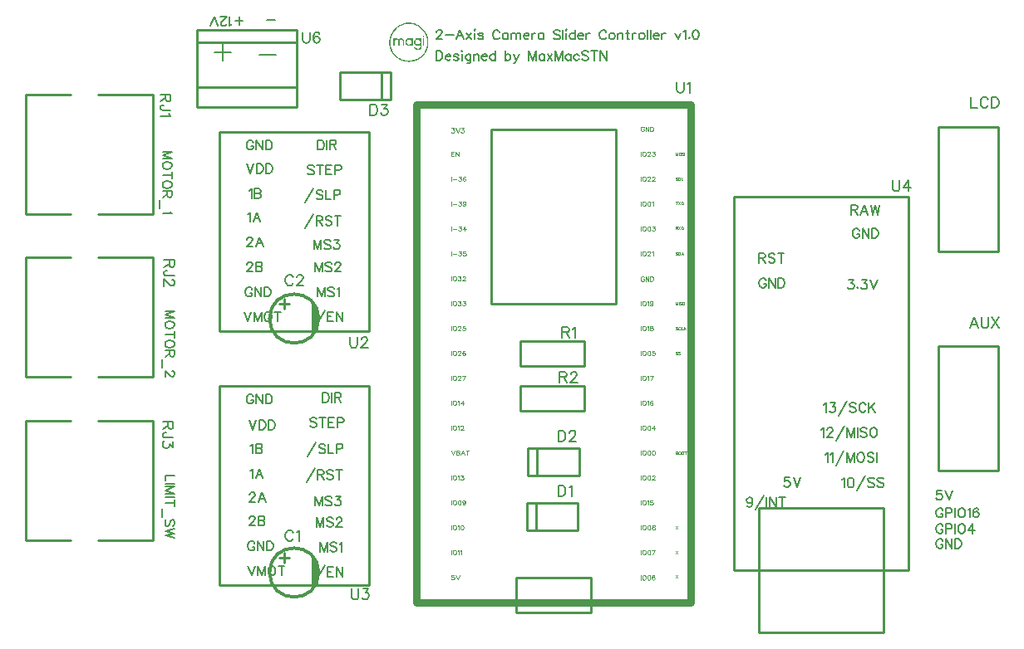
<source format=gto>
G04 Layer: TopSilkLayer*
G04 EasyEDA v6.4.21, 2021-08-26T11:40:12+07:00*
G04 98b3a99d5edf45cba19c310b5ac684a5,c12403d6b0f2427aab4c21fec57e8719,10*
G04 Gerber Generator version 0.2*
G04 Scale: 100 percent, Rotated: No, Reflected: No *
G04 Dimensions in millimeters *
G04 leading zeros omitted , absolute positions ,4 integer and 5 decimal *
%FSLAX45Y45*%
%MOMM*%

%ADD10C,0.2540*%
%ADD27C,0.8000*%
%ADD28C,0.3000*%
%ADD29C,0.2032*%
%ADD30C,0.1524*%
%ADD31C,0.1000*%
%ADD32C,0.0700*%

%LPD*%
G36*
X4501438Y6727799D02*
G01*
X4488637Y6727291D01*
X4477867Y6726123D01*
X4465929Y6723786D01*
X4454296Y6720840D01*
X4442866Y6717233D01*
X4431792Y6712966D01*
X4421022Y6708089D01*
X4410608Y6702602D01*
X4400550Y6696557D01*
X4390847Y6689902D01*
X4381601Y6682740D01*
X4372762Y6675018D01*
X4364431Y6666788D01*
X4356557Y6658051D01*
X4349191Y6648805D01*
X4342333Y6639153D01*
X4336084Y6628993D01*
X4330344Y6618427D01*
X4324553Y6605930D01*
X4319676Y6593281D01*
X4317542Y6586880D01*
X4313986Y6573977D01*
X4311294Y6560972D01*
X4309516Y6547866D01*
X4308602Y6534708D01*
X4308551Y6524752D01*
X4321556Y6524752D01*
X4321708Y6535877D01*
X4322470Y6547053D01*
X4323943Y6558127D01*
X4326077Y6569202D01*
X4328922Y6580174D01*
X4332427Y6591046D01*
X4336592Y6601764D01*
X4341469Y6612280D01*
X4347108Y6622643D01*
X4353407Y6632752D01*
X4357217Y6638188D01*
X4365650Y6648856D01*
X4370222Y6653987D01*
X4380026Y6663842D01*
X4385208Y6668566D01*
X4396079Y6677456D01*
X4407509Y6685483D01*
X4419346Y6692646D01*
X4431487Y6698792D01*
X4443780Y6703822D01*
X4449978Y6706006D01*
X4462627Y6709664D01*
X4475429Y6712407D01*
X4481931Y6713474D01*
X4495038Y6714845D01*
X4508195Y6715353D01*
X4521454Y6714947D01*
X4534662Y6713575D01*
X4546752Y6711543D01*
X4557623Y6708952D01*
X4568393Y6705701D01*
X4578908Y6701739D01*
X4589221Y6697167D01*
X4599279Y6691985D01*
X4609033Y6686194D01*
X4618380Y6679844D01*
X4627372Y6672935D01*
X4635855Y6665468D01*
X4644593Y6656882D01*
X4653178Y6647180D01*
X4661001Y6637121D01*
X4668012Y6626707D01*
X4674260Y6615887D01*
X4679696Y6604660D01*
X4682185Y6598869D01*
X4686503Y6586931D01*
X4690110Y6574485D01*
X4692700Y6562648D01*
X4694580Y6550761D01*
X4695698Y6538925D01*
X4696002Y6527088D01*
X4695596Y6515303D01*
X4694478Y6503670D01*
X4692599Y6492087D01*
X4689957Y6480708D01*
X4686655Y6469532D01*
X4682642Y6458559D01*
X4677918Y6447840D01*
X4672482Y6437376D01*
X4666386Y6427266D01*
X4659579Y6417462D01*
X4652162Y6408013D01*
X4644034Y6398971D01*
X4635957Y6390944D01*
X4627880Y6383731D01*
X4619548Y6377178D01*
X4610862Y6371183D01*
X4601565Y6365646D01*
X4591558Y6360363D01*
X4580432Y6355130D01*
X4569714Y6350863D01*
X4559249Y6347409D01*
X4548733Y6344767D01*
X4538014Y6342888D01*
X4526889Y6341719D01*
X4515104Y6341262D01*
X4502454Y6341364D01*
X4488484Y6342227D01*
X4475327Y6343853D01*
X4462830Y6346291D01*
X4456734Y6347815D01*
X4444898Y6351574D01*
X4433316Y6356248D01*
X4421886Y6361938D01*
X4410456Y6368592D01*
X4399788Y6375755D01*
X4390440Y6382867D01*
X4381601Y6390538D01*
X4373372Y6398615D01*
X4365752Y6407099D01*
X4358690Y6415989D01*
X4352188Y6425184D01*
X4346346Y6434734D01*
X4341063Y6444589D01*
X4336440Y6454698D01*
X4332427Y6465062D01*
X4329023Y6475577D01*
X4326229Y6486347D01*
X4324096Y6497167D01*
X4322572Y6508140D01*
X4321759Y6519214D01*
X4321556Y6524752D01*
X4308551Y6524752D01*
X4308957Y6514947D01*
X4310278Y6501739D01*
X4312513Y6488633D01*
X4315663Y6475577D01*
X4317542Y6469075D01*
X4321759Y6457035D01*
X4326229Y6446113D01*
X4331258Y6435699D01*
X4336796Y6425692D01*
X4342841Y6416090D01*
X4349343Y6406997D01*
X4356303Y6398310D01*
X4363669Y6390132D01*
X4371441Y6382359D01*
X4379569Y6375146D01*
X4388053Y6368389D01*
X4396841Y6362090D01*
X4405934Y6356350D01*
X4415282Y6351066D01*
X4424934Y6346342D01*
X4434789Y6342075D01*
X4444847Y6338417D01*
X4455058Y6335268D01*
X4465472Y6332626D01*
X4475988Y6330594D01*
X4486605Y6329070D01*
X4497324Y6328156D01*
X4508093Y6327800D01*
X4518863Y6328054D01*
X4529683Y6328867D01*
X4540504Y6330289D01*
X4551273Y6332270D01*
X4561941Y6334912D01*
X4572558Y6338163D01*
X4583074Y6342024D01*
X4593488Y6346545D01*
X4603699Y6351727D01*
X4613706Y6357518D01*
X4623562Y6363970D01*
X4628388Y6367424D01*
X4633315Y6371336D01*
X4645406Y6382207D01*
X4655566Y6392316D01*
X4663795Y6401765D01*
X4671415Y6411518D01*
X4678273Y6421628D01*
X4684471Y6432092D01*
X4689957Y6442862D01*
X4694732Y6453936D01*
X4698796Y6465366D01*
X4702149Y6477101D01*
X4704842Y6489141D01*
X4706772Y6501434D01*
X4707991Y6514033D01*
X4708499Y6526834D01*
X4708296Y6539280D01*
X4707432Y6551320D01*
X4705807Y6563004D01*
X4703521Y6574485D01*
X4700422Y6585762D01*
X4696612Y6596989D01*
X4691989Y6608216D01*
X4686401Y6619798D01*
X4680000Y6631279D01*
X4672939Y6642201D01*
X4665268Y6652564D01*
X4656937Y6662369D01*
X4648047Y6671564D01*
X4638598Y6680200D01*
X4628642Y6688175D01*
X4618126Y6695541D01*
X4607102Y6702196D01*
X4595622Y6708241D01*
X4583684Y6713524D01*
X4571288Y6718147D01*
X4558538Y6722008D01*
X4547158Y6724650D01*
X4535474Y6726275D01*
X4522165Y6727342D01*
X4508296Y6727799D01*
G37*
G36*
X4651044Y6594144D02*
G01*
X4651857Y6576059D01*
X4665218Y6576059D01*
X4666030Y6594144D01*
G37*
G36*
X4385716Y6569913D02*
G01*
X4377283Y6569862D01*
X4370120Y6567373D01*
X4367936Y6566103D01*
X4366615Y6565595D01*
X4365955Y6565798D01*
X4365447Y6567627D01*
X4364329Y6568236D01*
X4362246Y6568592D01*
X4352391Y6568694D01*
X4352391Y6493662D01*
X4365548Y6493662D01*
X4366463Y6547459D01*
X4374184Y6554317D01*
X4376572Y6555689D01*
X4379010Y6556451D01*
X4381957Y6556654D01*
X4386630Y6556095D01*
X4390847Y6554520D01*
X4394352Y6551980D01*
X4397095Y6548526D01*
X4398213Y6545630D01*
X4398873Y6540703D01*
X4399178Y6532372D01*
X4399280Y6493662D01*
X4414012Y6493662D01*
X4414113Y6530898D01*
X4414418Y6539230D01*
X4415028Y6544564D01*
X4416044Y6547764D01*
X4418634Y6551625D01*
X4422038Y6554368D01*
X4426000Y6556044D01*
X4430318Y6556603D01*
X4434687Y6556146D01*
X4438853Y6554520D01*
X4442612Y6551828D01*
X4445609Y6548069D01*
X4446879Y6545021D01*
X4447743Y6540093D01*
X4448251Y6531864D01*
X4449165Y6493662D01*
X4462221Y6493662D01*
X4462119Y6528003D01*
X4461357Y6543802D01*
X4460798Y6547713D01*
X4458258Y6553047D01*
X4453991Y6558584D01*
X4448606Y6563614D01*
X4442968Y6567271D01*
X4434636Y6569659D01*
X4425594Y6569456D01*
X4417060Y6566865D01*
X4410100Y6562090D01*
X4407255Y6559245D01*
X4402277Y6563106D01*
X4394403Y6567627D01*
G37*
G36*
X4599432Y6569862D02*
G01*
X4592116Y6569252D01*
X4586020Y6567881D01*
X4580432Y6565087D01*
X4574844Y6560921D01*
X4569815Y6555841D01*
X4565751Y6550152D01*
X4563770Y6546443D01*
X4562652Y6542836D01*
X4562195Y6538163D01*
X4562099Y6531051D01*
X4575454Y6531051D01*
X4575606Y6535877D01*
X4576114Y6539433D01*
X4577283Y6542430D01*
X4579162Y6545630D01*
X4580991Y6548018D01*
X4583226Y6550355D01*
X4585614Y6552387D01*
X4587849Y6553860D01*
X4592929Y6555689D01*
X4598822Y6556502D01*
X4604766Y6556197D01*
X4609998Y6554825D01*
X4614773Y6551828D01*
X4619447Y6547256D01*
X4623155Y6542024D01*
X4625136Y6537198D01*
X4625644Y6531559D01*
X4625035Y6525971D01*
X4623409Y6520688D01*
X4620768Y6515963D01*
X4616551Y6511035D01*
X4611878Y6507683D01*
X4606493Y6505702D01*
X4600244Y6505092D01*
X4593945Y6505702D01*
X4588560Y6507734D01*
X4583836Y6511188D01*
X4579518Y6516268D01*
X4577384Y6519570D01*
X4576165Y6522567D01*
X4575606Y6526123D01*
X4575454Y6531051D01*
X4562099Y6531051D01*
X4562602Y6521399D01*
X4564481Y6514084D01*
X4568291Y6507835D01*
X4574641Y6501434D01*
X4579569Y6497574D01*
X4584801Y6494627D01*
X4590288Y6492646D01*
X4595876Y6491528D01*
X4601616Y6491325D01*
X4607356Y6492087D01*
X4613046Y6493764D01*
X4618634Y6496405D01*
X4625695Y6500368D01*
X4625695Y6490004D01*
X4625086Y6481419D01*
X4623358Y6474663D01*
X4620361Y6469532D01*
X4616094Y6465773D01*
X4611116Y6463385D01*
X4605985Y6462064D01*
X4600752Y6461810D01*
X4595622Y6462572D01*
X4590643Y6464350D01*
X4586020Y6467094D01*
X4581804Y6470751D01*
X4576724Y6477203D01*
X4575098Y6478270D01*
X4572812Y6478778D01*
X4565650Y6478879D01*
X4563872Y6478473D01*
X4563465Y6477355D01*
X4564024Y6475171D01*
X4566869Y6468110D01*
X4571238Y6461861D01*
X4577029Y6456476D01*
X4584192Y6452006D01*
X4592116Y6449364D01*
X4601311Y6448602D01*
X4610760Y6449669D01*
X4619294Y6452565D01*
X4625543Y6456375D01*
X4630877Y6461099D01*
X4634992Y6466433D01*
X4637532Y6472021D01*
X4637938Y6473952D01*
X4638497Y6481572D01*
X4638903Y6494221D01*
X4639106Y6568694D01*
X4628591Y6568592D01*
X4626610Y6568135D01*
X4625848Y6566916D01*
X4625695Y6560515D01*
X4619294Y6565138D01*
X4614570Y6567678D01*
X4612436Y6568490D01*
X4606645Y6569608D01*
G37*
G36*
X4510024Y6569608D02*
G01*
X4505807Y6569405D01*
X4502251Y6568897D01*
X4499457Y6568084D01*
X4493818Y6565392D01*
X4488078Y6561734D01*
X4482947Y6557619D01*
X4479137Y6553555D01*
X4475683Y6547713D01*
X4473397Y6541109D01*
X4472330Y6534048D01*
X4472381Y6530441D01*
X4485894Y6530441D01*
X4486757Y6537299D01*
X4489297Y6543395D01*
X4493260Y6548577D01*
X4498340Y6552641D01*
X4504283Y6555384D01*
X4510684Y6556654D01*
X4517288Y6556248D01*
X4523841Y6553962D01*
X4528210Y6551117D01*
X4531817Y6547459D01*
X4534611Y6543141D01*
X4536592Y6538417D01*
X4537659Y6533388D01*
X4537760Y6528257D01*
X4536846Y6523126D01*
X4534865Y6518249D01*
X4532020Y6514541D01*
X4527854Y6510781D01*
X4523130Y6507683D01*
X4518609Y6505752D01*
X4512919Y6504940D01*
X4507230Y6505448D01*
X4501743Y6507226D01*
X4496663Y6510274D01*
X4491786Y6514642D01*
X4488484Y6519316D01*
X4486554Y6524498D01*
X4485894Y6530441D01*
X4472381Y6530441D01*
X4472432Y6526885D01*
X4473702Y6519824D01*
X4476038Y6513220D01*
X4479493Y6507276D01*
X4484014Y6502400D01*
X4490669Y6497370D01*
X4497222Y6494119D01*
X4504232Y6492341D01*
X4512513Y6491782D01*
X4519930Y6492138D01*
X4525873Y6493408D01*
X4530902Y6495745D01*
X4535627Y6499402D01*
X4538624Y6502146D01*
X4538726Y6495491D01*
X4539437Y6494221D01*
X4541215Y6493764D01*
X4550664Y6493662D01*
X4550664Y6568694D01*
X4541266Y6568592D01*
X4539437Y6568135D01*
X4538726Y6566966D01*
X4538624Y6560769D01*
X4528007Y6567119D01*
X4524502Y6568440D01*
X4520387Y6569202D01*
X4514799Y6569557D01*
G37*
G36*
X4651146Y6568694D02*
G01*
X4651146Y6493662D01*
X4665929Y6493662D01*
X4665929Y6568694D01*
G37*
D29*
X9948672Y1437131D02*
G01*
X9944354Y1446276D01*
X9935209Y1455165D01*
X9926065Y1459737D01*
X9907777Y1459737D01*
X9898888Y1455165D01*
X9889743Y1446276D01*
X9885172Y1437131D01*
X9880600Y1423415D01*
X9880600Y1400810D01*
X9885172Y1387094D01*
X9889743Y1377950D01*
X9898888Y1368805D01*
X9907777Y1364234D01*
X9926065Y1364234D01*
X9935209Y1368805D01*
X9944354Y1377950D01*
X9948672Y1387094D01*
X9948672Y1400810D01*
X9926065Y1400810D02*
G01*
X9948672Y1400810D01*
X9978897Y1459737D02*
G01*
X9978897Y1364234D01*
X9978897Y1459737D02*
G01*
X10042397Y1364234D01*
X10042397Y1459737D02*
G01*
X10042397Y1364234D01*
X10072370Y1459737D02*
G01*
X10072370Y1364234D01*
X10072370Y1459737D02*
G01*
X10104120Y1459737D01*
X10117836Y1455165D01*
X10126979Y1446276D01*
X10131552Y1437131D01*
X10136124Y1423415D01*
X10136124Y1400810D01*
X10131552Y1387094D01*
X10126979Y1377950D01*
X10117836Y1368805D01*
X10104120Y1364234D01*
X10072370Y1364234D01*
X9948672Y1589531D02*
G01*
X9944354Y1598676D01*
X9935209Y1607565D01*
X9926065Y1612137D01*
X9907777Y1612137D01*
X9898888Y1607565D01*
X9889743Y1598676D01*
X9885172Y1589531D01*
X9880600Y1575815D01*
X9880600Y1553210D01*
X9885172Y1539494D01*
X9889743Y1530350D01*
X9898888Y1521205D01*
X9907777Y1516634D01*
X9926065Y1516634D01*
X9935209Y1521205D01*
X9944354Y1530350D01*
X9948672Y1539494D01*
X9948672Y1553210D01*
X9926065Y1553210D02*
G01*
X9948672Y1553210D01*
X9978897Y1612137D02*
G01*
X9978897Y1516634D01*
X9978897Y1612137D02*
G01*
X10019791Y1612137D01*
X10033254Y1607565D01*
X10037825Y1602994D01*
X10042397Y1594104D01*
X10042397Y1580387D01*
X10037825Y1571244D01*
X10033254Y1566671D01*
X10019791Y1562100D01*
X9978897Y1562100D01*
X10072370Y1612137D02*
G01*
X10072370Y1516634D01*
X10129774Y1612137D02*
G01*
X10120629Y1607565D01*
X10111486Y1598676D01*
X10106913Y1589531D01*
X10102341Y1575815D01*
X10102341Y1553210D01*
X10106913Y1539494D01*
X10111486Y1530350D01*
X10120629Y1521205D01*
X10129774Y1516634D01*
X10147808Y1516634D01*
X10156952Y1521205D01*
X10166095Y1530350D01*
X10170668Y1539494D01*
X10175240Y1553210D01*
X10175240Y1575815D01*
X10170668Y1589531D01*
X10166095Y1598676D01*
X10156952Y1607565D01*
X10147808Y1612137D01*
X10129774Y1612137D01*
X10250677Y1612137D02*
G01*
X10205211Y1548637D01*
X10273284Y1548637D01*
X10250677Y1612137D02*
G01*
X10250677Y1516634D01*
X9948672Y1754631D02*
G01*
X9944354Y1763776D01*
X9935209Y1772665D01*
X9926065Y1777237D01*
X9907777Y1777237D01*
X9898888Y1772665D01*
X9889743Y1763776D01*
X9885172Y1754631D01*
X9880600Y1740915D01*
X9880600Y1718310D01*
X9885172Y1704594D01*
X9889743Y1695450D01*
X9898888Y1686305D01*
X9907777Y1681734D01*
X9926065Y1681734D01*
X9935209Y1686305D01*
X9944354Y1695450D01*
X9948672Y1704594D01*
X9948672Y1718310D01*
X9926065Y1718310D02*
G01*
X9948672Y1718310D01*
X9978897Y1777237D02*
G01*
X9978897Y1681734D01*
X9978897Y1777237D02*
G01*
X10019791Y1777237D01*
X10033254Y1772665D01*
X10037825Y1768094D01*
X10042397Y1759204D01*
X10042397Y1745487D01*
X10037825Y1736344D01*
X10033254Y1731771D01*
X10019791Y1727200D01*
X9978897Y1727200D01*
X10072370Y1777237D02*
G01*
X10072370Y1681734D01*
X10129774Y1777237D02*
G01*
X10120629Y1772665D01*
X10111486Y1763776D01*
X10106913Y1754631D01*
X10102341Y1740915D01*
X10102341Y1718310D01*
X10106913Y1704594D01*
X10111486Y1695450D01*
X10120629Y1686305D01*
X10129774Y1681734D01*
X10147808Y1681734D01*
X10156952Y1686305D01*
X10166095Y1695450D01*
X10170668Y1704594D01*
X10175240Y1718310D01*
X10175240Y1740915D01*
X10170668Y1754631D01*
X10166095Y1763776D01*
X10156952Y1772665D01*
X10147808Y1777237D01*
X10129774Y1777237D01*
X10205211Y1759204D02*
G01*
X10214356Y1763776D01*
X10227818Y1777237D01*
X10227818Y1681734D01*
X10312400Y1763776D02*
G01*
X10307827Y1772665D01*
X10294111Y1777237D01*
X10285222Y1777237D01*
X10271506Y1772665D01*
X10262361Y1759204D01*
X10257790Y1736344D01*
X10257790Y1713737D01*
X10262361Y1695450D01*
X10271506Y1686305D01*
X10285222Y1681734D01*
X10289793Y1681734D01*
X10303256Y1686305D01*
X10312400Y1695450D01*
X10316972Y1709165D01*
X10316972Y1713737D01*
X10312400Y1727200D01*
X10303256Y1736344D01*
X10289793Y1740915D01*
X10285222Y1740915D01*
X10271506Y1736344D01*
X10262361Y1727200D01*
X10257790Y1713737D01*
X9935209Y1955037D02*
G01*
X9889743Y1955037D01*
X9885172Y1914144D01*
X9889743Y1918715D01*
X9903206Y1923287D01*
X9916922Y1923287D01*
X9930638Y1918715D01*
X9939781Y1909571D01*
X9944354Y1896110D01*
X9944354Y1886965D01*
X9939781Y1873250D01*
X9930638Y1864105D01*
X9916922Y1859534D01*
X9903206Y1859534D01*
X9889743Y1864105D01*
X9885172Y1868678D01*
X9880600Y1877821D01*
X9974325Y1955037D02*
G01*
X10010647Y1859534D01*
X10046970Y1955037D02*
G01*
X10010647Y1859534D01*
X2094738Y5410200D02*
G01*
X1999234Y5410200D01*
X2094738Y5410200D02*
G01*
X1999234Y5373878D01*
X2094738Y5337555D02*
G01*
X1999234Y5373878D01*
X2094738Y5337555D02*
G01*
X1999234Y5337555D01*
X2094738Y5280152D02*
G01*
X2090165Y5289295D01*
X2081275Y5298439D01*
X2072131Y5303012D01*
X2058415Y5307584D01*
X2035809Y5307584D01*
X2022093Y5303012D01*
X2012950Y5298439D01*
X2003806Y5289295D01*
X1999234Y5280152D01*
X1999234Y5262118D01*
X2003806Y5252973D01*
X2012950Y5243829D01*
X2022093Y5239257D01*
X2035809Y5234686D01*
X2058415Y5234686D01*
X2072131Y5239257D01*
X2081275Y5243829D01*
X2090165Y5252973D01*
X2094738Y5262118D01*
X2094738Y5280152D01*
X2094738Y5172963D02*
G01*
X1999234Y5172963D01*
X2094738Y5204713D02*
G01*
X2094738Y5141213D01*
X2094738Y5083810D02*
G01*
X2090165Y5092954D01*
X2081275Y5102097D01*
X2072131Y5106670D01*
X2058415Y5110987D01*
X2035809Y5110987D01*
X2022093Y5106670D01*
X2012950Y5102097D01*
X2003806Y5092954D01*
X1999234Y5083810D01*
X1999234Y5065776D01*
X2003806Y5056631D01*
X2012950Y5047487D01*
X2022093Y5042915D01*
X2035809Y5038344D01*
X2058415Y5038344D01*
X2072131Y5042915D01*
X2081275Y5047487D01*
X2090165Y5056631D01*
X2094738Y5065776D01*
X2094738Y5083810D01*
X2094738Y5008371D02*
G01*
X1999234Y5008371D01*
X2094738Y5008371D02*
G01*
X2094738Y4967478D01*
X2090165Y4953762D01*
X2085593Y4949189D01*
X2076704Y4944871D01*
X2067559Y4944871D01*
X2058415Y4949189D01*
X2053843Y4953762D01*
X2049272Y4967478D01*
X2049272Y5008371D01*
X2049272Y4976621D02*
G01*
X1999234Y4944871D01*
X1967484Y4914645D02*
G01*
X1967484Y4832857D01*
X2076704Y4802886D02*
G01*
X2081275Y4793742D01*
X2094738Y4780279D01*
X1999234Y4780279D01*
X2120138Y3784600D02*
G01*
X2024634Y3784600D01*
X2120138Y3784600D02*
G01*
X2024634Y3748278D01*
X2120138Y3711955D02*
G01*
X2024634Y3748278D01*
X2120138Y3711955D02*
G01*
X2024634Y3711955D01*
X2120138Y3654552D02*
G01*
X2115565Y3663695D01*
X2106675Y3672839D01*
X2097531Y3677412D01*
X2083815Y3681984D01*
X2061209Y3681984D01*
X2047493Y3677412D01*
X2038350Y3672839D01*
X2029206Y3663695D01*
X2024634Y3654552D01*
X2024634Y3636518D01*
X2029206Y3627373D01*
X2038350Y3618229D01*
X2047493Y3613657D01*
X2061209Y3609086D01*
X2083815Y3609086D01*
X2097531Y3613657D01*
X2106675Y3618229D01*
X2115565Y3627373D01*
X2120138Y3636518D01*
X2120138Y3654552D01*
X2120138Y3547363D02*
G01*
X2024634Y3547363D01*
X2120138Y3579113D02*
G01*
X2120138Y3515613D01*
X2120138Y3458210D02*
G01*
X2115565Y3467354D01*
X2106675Y3476497D01*
X2097531Y3481070D01*
X2083815Y3485387D01*
X2061209Y3485387D01*
X2047493Y3481070D01*
X2038350Y3476497D01*
X2029206Y3467354D01*
X2024634Y3458210D01*
X2024634Y3440176D01*
X2029206Y3431031D01*
X2038350Y3421887D01*
X2047493Y3417315D01*
X2061209Y3412744D01*
X2083815Y3412744D01*
X2097531Y3417315D01*
X2106675Y3421887D01*
X2115565Y3431031D01*
X2120138Y3440176D01*
X2120138Y3458210D01*
X2120138Y3382771D02*
G01*
X2024634Y3382771D01*
X2120138Y3382771D02*
G01*
X2120138Y3341878D01*
X2115565Y3328162D01*
X2110993Y3323589D01*
X2102104Y3319271D01*
X2092959Y3319271D01*
X2083815Y3323589D01*
X2079243Y3328162D01*
X2074672Y3341878D01*
X2074672Y3382771D01*
X2074672Y3351021D02*
G01*
X2024634Y3319271D01*
X1992884Y3289045D02*
G01*
X1992884Y3207257D01*
X2097531Y3172713D02*
G01*
X2102104Y3172713D01*
X2110993Y3168142D01*
X2115565Y3163570D01*
X2120138Y3154679D01*
X2120138Y3136392D01*
X2115565Y3127247D01*
X2110993Y3122676D01*
X2102104Y3118357D01*
X2092959Y3118357D01*
X2083815Y3122676D01*
X2070100Y3131820D01*
X2024634Y3177286D01*
X2024634Y3113786D01*
X2120138Y2108200D02*
G01*
X2024634Y2108200D01*
X2024634Y2108200D02*
G01*
X2024634Y2053589D01*
X2120138Y2023618D02*
G01*
X2024634Y2023618D01*
X2120138Y1993645D02*
G01*
X2024634Y1993645D01*
X2120138Y1993645D02*
G01*
X2024634Y1957323D01*
X2120138Y1921002D02*
G01*
X2024634Y1957323D01*
X2120138Y1921002D02*
G01*
X2024634Y1921002D01*
X2120138Y1891029D02*
G01*
X2024634Y1891029D01*
X2120138Y1829054D02*
G01*
X2024634Y1829054D01*
X2120138Y1860804D02*
G01*
X2120138Y1797304D01*
X1992884Y1767331D02*
G01*
X1992884Y1685544D01*
X2106675Y1591818D02*
G01*
X2115565Y1600962D01*
X2120138Y1614678D01*
X2120138Y1632712D01*
X2115565Y1646428D01*
X2106675Y1655571D01*
X2097531Y1655571D01*
X2088388Y1651000D01*
X2083815Y1646428D01*
X2079243Y1637284D01*
X2070100Y1610105D01*
X2065781Y1600962D01*
X2061209Y1596389D01*
X2052065Y1591818D01*
X2038350Y1591818D01*
X2029206Y1600962D01*
X2024634Y1614678D01*
X2024634Y1632712D01*
X2029206Y1646428D01*
X2038350Y1655571D01*
X2120138Y1561845D02*
G01*
X2024634Y1538986D01*
X2120138Y1516379D02*
G01*
X2024634Y1538986D01*
X2120138Y1516379D02*
G01*
X2024634Y1493773D01*
X2120138Y1470913D02*
G01*
X2024634Y1493773D01*
X4792472Y6631431D02*
G01*
X4792472Y6636004D01*
X4797043Y6644894D01*
X4801615Y6649465D01*
X4810506Y6654037D01*
X4828793Y6654037D01*
X4837938Y6649465D01*
X4842509Y6644894D01*
X4847081Y6636004D01*
X4847081Y6626860D01*
X4842509Y6617715D01*
X4833365Y6604000D01*
X4787900Y6558534D01*
X4851654Y6558534D01*
X4881625Y6599681D02*
G01*
X4963413Y6599681D01*
X5029708Y6654037D02*
G01*
X4993386Y6558534D01*
X5029708Y6654037D02*
G01*
X5066029Y6558534D01*
X5007102Y6590537D02*
G01*
X5052568Y6590537D01*
X5096002Y6622287D02*
G01*
X5146040Y6558534D01*
X5146040Y6622287D02*
G01*
X5096002Y6558534D01*
X5176011Y6654037D02*
G01*
X5180584Y6649465D01*
X5185156Y6654037D01*
X5180584Y6658610D01*
X5176011Y6654037D01*
X5180584Y6622287D02*
G01*
X5180584Y6558534D01*
X5265165Y6608571D02*
G01*
X5260593Y6617715D01*
X5246877Y6622287D01*
X5233415Y6622287D01*
X5219700Y6617715D01*
X5215127Y6608571D01*
X5219700Y6599681D01*
X5228843Y6595110D01*
X5251450Y6590537D01*
X5260593Y6585965D01*
X5265165Y6576821D01*
X5265165Y6572250D01*
X5260593Y6563105D01*
X5246877Y6558534D01*
X5233415Y6558534D01*
X5219700Y6563105D01*
X5215127Y6572250D01*
X5433313Y6631431D02*
G01*
X5428741Y6640576D01*
X5419597Y6649465D01*
X5410708Y6654037D01*
X5392420Y6654037D01*
X5383275Y6649465D01*
X5374386Y6640576D01*
X5369813Y6631431D01*
X5365241Y6617715D01*
X5365241Y6595110D01*
X5369813Y6581394D01*
X5374386Y6572250D01*
X5383275Y6563105D01*
X5392420Y6558534D01*
X5410708Y6558534D01*
X5419597Y6563105D01*
X5428741Y6572250D01*
X5433313Y6581394D01*
X5517895Y6622287D02*
G01*
X5517895Y6558534D01*
X5517895Y6608571D02*
G01*
X5508752Y6617715D01*
X5499608Y6622287D01*
X5486145Y6622287D01*
X5477002Y6617715D01*
X5467858Y6608571D01*
X5463286Y6595110D01*
X5463286Y6585965D01*
X5467858Y6572250D01*
X5477002Y6563105D01*
X5486145Y6558534D01*
X5499608Y6558534D01*
X5508752Y6563105D01*
X5517895Y6572250D01*
X5547868Y6622287D02*
G01*
X5547868Y6558534D01*
X5547868Y6604000D02*
G01*
X5561584Y6617715D01*
X5570727Y6622287D01*
X5584190Y6622287D01*
X5593334Y6617715D01*
X5597906Y6604000D01*
X5597906Y6558534D01*
X5597906Y6604000D02*
G01*
X5611622Y6617715D01*
X5620511Y6622287D01*
X5634227Y6622287D01*
X5643372Y6617715D01*
X5647943Y6604000D01*
X5647943Y6558534D01*
X5677915Y6595110D02*
G01*
X5732525Y6595110D01*
X5732525Y6604000D01*
X5727954Y6613144D01*
X5723381Y6617715D01*
X5714238Y6622287D01*
X5700522Y6622287D01*
X5691631Y6617715D01*
X5682488Y6608571D01*
X5677915Y6595110D01*
X5677915Y6585965D01*
X5682488Y6572250D01*
X5691631Y6563105D01*
X5700522Y6558534D01*
X5714238Y6558534D01*
X5723381Y6563105D01*
X5732525Y6572250D01*
X5762497Y6622287D02*
G01*
X5762497Y6558534D01*
X5762497Y6595110D02*
G01*
X5767070Y6608571D01*
X5775959Y6617715D01*
X5785104Y6622287D01*
X5798820Y6622287D01*
X5883402Y6622287D02*
G01*
X5883402Y6558534D01*
X5883402Y6608571D02*
G01*
X5874258Y6617715D01*
X5865113Y6622287D01*
X5851652Y6622287D01*
X5842508Y6617715D01*
X5833363Y6608571D01*
X5828791Y6595110D01*
X5828791Y6585965D01*
X5833363Y6572250D01*
X5842508Y6563105D01*
X5851652Y6558534D01*
X5865113Y6558534D01*
X5874258Y6563105D01*
X5883402Y6572250D01*
X6046977Y6640576D02*
G01*
X6037834Y6649465D01*
X6024372Y6654037D01*
X6006084Y6654037D01*
X5992368Y6649465D01*
X5983477Y6640576D01*
X5983477Y6631431D01*
X5987795Y6622287D01*
X5992368Y6617715D01*
X6001511Y6613144D01*
X6028690Y6604000D01*
X6037834Y6599681D01*
X6042406Y6595110D01*
X6046977Y6585965D01*
X6046977Y6572250D01*
X6037834Y6563105D01*
X6024372Y6558534D01*
X6006084Y6558534D01*
X5992368Y6563105D01*
X5983477Y6572250D01*
X6076950Y6654037D02*
G01*
X6076950Y6558534D01*
X6106922Y6654037D02*
G01*
X6111493Y6649465D01*
X6116065Y6654037D01*
X6111493Y6658610D01*
X6106922Y6654037D01*
X6111493Y6622287D02*
G01*
X6111493Y6558534D01*
X6200647Y6654037D02*
G01*
X6200647Y6558534D01*
X6200647Y6608571D02*
G01*
X6191504Y6617715D01*
X6182359Y6622287D01*
X6168897Y6622287D01*
X6159754Y6617715D01*
X6150609Y6608571D01*
X6146038Y6595110D01*
X6146038Y6585965D01*
X6150609Y6572250D01*
X6159754Y6563105D01*
X6168897Y6558534D01*
X6182359Y6558534D01*
X6191504Y6563105D01*
X6200647Y6572250D01*
X6230620Y6595110D02*
G01*
X6285229Y6595110D01*
X6285229Y6604000D01*
X6280658Y6613144D01*
X6276086Y6617715D01*
X6266941Y6622287D01*
X6253479Y6622287D01*
X6244336Y6617715D01*
X6235191Y6608571D01*
X6230620Y6595110D01*
X6230620Y6585965D01*
X6235191Y6572250D01*
X6244336Y6563105D01*
X6253479Y6558534D01*
X6266941Y6558534D01*
X6276086Y6563105D01*
X6285229Y6572250D01*
X6315202Y6622287D02*
G01*
X6315202Y6558534D01*
X6315202Y6595110D02*
G01*
X6319774Y6608571D01*
X6328918Y6617715D01*
X6337808Y6622287D01*
X6351524Y6622287D01*
X6519672Y6631431D02*
G01*
X6515100Y6640576D01*
X6505956Y6649465D01*
X6497065Y6654037D01*
X6478777Y6654037D01*
X6469634Y6649465D01*
X6460743Y6640576D01*
X6456172Y6631431D01*
X6451600Y6617715D01*
X6451600Y6595110D01*
X6456172Y6581394D01*
X6460743Y6572250D01*
X6469634Y6563105D01*
X6478777Y6558534D01*
X6497065Y6558534D01*
X6505956Y6563105D01*
X6515100Y6572250D01*
X6519672Y6581394D01*
X6572504Y6622287D02*
G01*
X6563359Y6617715D01*
X6554215Y6608571D01*
X6549643Y6595110D01*
X6549643Y6585965D01*
X6554215Y6572250D01*
X6563359Y6563105D01*
X6572504Y6558534D01*
X6585965Y6558534D01*
X6595109Y6563105D01*
X6604254Y6572250D01*
X6608825Y6585965D01*
X6608825Y6595110D01*
X6604254Y6608571D01*
X6595109Y6617715D01*
X6585965Y6622287D01*
X6572504Y6622287D01*
X6638797Y6622287D02*
G01*
X6638797Y6558534D01*
X6638797Y6604000D02*
G01*
X6652513Y6617715D01*
X6661658Y6622287D01*
X6675120Y6622287D01*
X6684263Y6617715D01*
X6688836Y6604000D01*
X6688836Y6558534D01*
X6732524Y6654037D02*
G01*
X6732524Y6576821D01*
X6737095Y6563105D01*
X6745986Y6558534D01*
X6755129Y6558534D01*
X6718808Y6622287D02*
G01*
X6750558Y6622287D01*
X6785102Y6622287D02*
G01*
X6785102Y6558534D01*
X6785102Y6595110D02*
G01*
X6789674Y6608571D01*
X6798818Y6617715D01*
X6807961Y6622287D01*
X6821424Y6622287D01*
X6874256Y6622287D02*
G01*
X6865111Y6617715D01*
X6855968Y6608571D01*
X6851650Y6595110D01*
X6851650Y6585965D01*
X6855968Y6572250D01*
X6865111Y6563105D01*
X6874256Y6558534D01*
X6887972Y6558534D01*
X6897115Y6563105D01*
X6906006Y6572250D01*
X6910577Y6585965D01*
X6910577Y6595110D01*
X6906006Y6608571D01*
X6897115Y6617715D01*
X6887972Y6622287D01*
X6874256Y6622287D01*
X6940550Y6654037D02*
G01*
X6940550Y6558534D01*
X6970522Y6654037D02*
G01*
X6970522Y6558534D01*
X7000747Y6595110D02*
G01*
X7055104Y6595110D01*
X7055104Y6604000D01*
X7050531Y6613144D01*
X7045959Y6617715D01*
X7037070Y6622287D01*
X7023354Y6622287D01*
X7014209Y6617715D01*
X7005065Y6608571D01*
X7000747Y6595110D01*
X7000747Y6585965D01*
X7005065Y6572250D01*
X7014209Y6563105D01*
X7023354Y6558534D01*
X7037070Y6558534D01*
X7045959Y6563105D01*
X7055104Y6572250D01*
X7085075Y6622287D02*
G01*
X7085075Y6558534D01*
X7085075Y6595110D02*
G01*
X7089647Y6608571D01*
X7098791Y6617715D01*
X7107936Y6622287D01*
X7121652Y6622287D01*
X7221474Y6622287D02*
G01*
X7248906Y6558534D01*
X7276084Y6622287D02*
G01*
X7248906Y6558534D01*
X7306056Y6636004D02*
G01*
X7315200Y6640576D01*
X7328915Y6654037D01*
X7328915Y6558534D01*
X7363459Y6581394D02*
G01*
X7358888Y6576821D01*
X7363459Y6572250D01*
X7367777Y6576821D01*
X7363459Y6581394D01*
X7425181Y6654037D02*
G01*
X7411465Y6649465D01*
X7402322Y6636004D01*
X7398004Y6613144D01*
X7398004Y6599681D01*
X7402322Y6576821D01*
X7411465Y6563105D01*
X7425181Y6558534D01*
X7434325Y6558534D01*
X7447788Y6563105D01*
X7456931Y6576821D01*
X7461504Y6599681D01*
X7461504Y6613144D01*
X7456931Y6636004D01*
X7447788Y6649465D01*
X7434325Y6654037D01*
X7425181Y6654037D01*
X4787900Y6438137D02*
G01*
X4787900Y6342634D01*
X4787900Y6438137D02*
G01*
X4819650Y6438137D01*
X4833365Y6433565D01*
X4842509Y6424676D01*
X4847081Y6415531D01*
X4851654Y6401815D01*
X4851654Y6379210D01*
X4847081Y6365494D01*
X4842509Y6356350D01*
X4833365Y6347205D01*
X4819650Y6342634D01*
X4787900Y6342634D01*
X4881625Y6379210D02*
G01*
X4935981Y6379210D01*
X4935981Y6388100D01*
X4931409Y6397244D01*
X4927091Y6401815D01*
X4917947Y6406387D01*
X4904231Y6406387D01*
X4895088Y6401815D01*
X4886197Y6392671D01*
X4881625Y6379210D01*
X4881625Y6370065D01*
X4886197Y6356350D01*
X4895088Y6347205D01*
X4904231Y6342634D01*
X4917947Y6342634D01*
X4927091Y6347205D01*
X4935981Y6356350D01*
X5015991Y6392671D02*
G01*
X5011420Y6401815D01*
X4997958Y6406387D01*
X4984241Y6406387D01*
X4970525Y6401815D01*
X4966208Y6392671D01*
X4970525Y6383781D01*
X4979670Y6379210D01*
X5002529Y6374637D01*
X5011420Y6370065D01*
X5015991Y6360921D01*
X5015991Y6356350D01*
X5011420Y6347205D01*
X4997958Y6342634D01*
X4984241Y6342634D01*
X4970525Y6347205D01*
X4966208Y6356350D01*
X5045963Y6438137D02*
G01*
X5050536Y6433565D01*
X5055108Y6438137D01*
X5050536Y6442710D01*
X5045963Y6438137D01*
X5050536Y6406387D02*
G01*
X5050536Y6342634D01*
X5139690Y6406387D02*
G01*
X5139690Y6333744D01*
X5135118Y6320028D01*
X5130545Y6315455D01*
X5121656Y6310884D01*
X5107940Y6310884D01*
X5098795Y6315455D01*
X5139690Y6392671D02*
G01*
X5130545Y6401815D01*
X5121656Y6406387D01*
X5107940Y6406387D01*
X5098795Y6401815D01*
X5089652Y6392671D01*
X5085079Y6379210D01*
X5085079Y6370065D01*
X5089652Y6356350D01*
X5098795Y6347205D01*
X5107940Y6342634D01*
X5121656Y6342634D01*
X5130545Y6347205D01*
X5139690Y6356350D01*
X5169661Y6406387D02*
G01*
X5169661Y6342634D01*
X5169661Y6388100D02*
G01*
X5183377Y6401815D01*
X5192522Y6406387D01*
X5205984Y6406387D01*
X5215127Y6401815D01*
X5219700Y6388100D01*
X5219700Y6342634D01*
X5249672Y6379210D02*
G01*
X5304281Y6379210D01*
X5304281Y6388100D01*
X5299709Y6397244D01*
X5295138Y6401815D01*
X5285993Y6406387D01*
X5272531Y6406387D01*
X5263388Y6401815D01*
X5254243Y6392671D01*
X5249672Y6379210D01*
X5249672Y6370065D01*
X5254243Y6356350D01*
X5263388Y6347205D01*
X5272531Y6342634D01*
X5285993Y6342634D01*
X5295138Y6347205D01*
X5304281Y6356350D01*
X5388863Y6438137D02*
G01*
X5388863Y6342634D01*
X5388863Y6392671D02*
G01*
X5379720Y6401815D01*
X5370575Y6406387D01*
X5357113Y6406387D01*
X5347970Y6401815D01*
X5338825Y6392671D01*
X5334254Y6379210D01*
X5334254Y6370065D01*
X5338825Y6356350D01*
X5347970Y6347205D01*
X5357113Y6342634D01*
X5370575Y6342634D01*
X5379720Y6347205D01*
X5388863Y6356350D01*
X5488686Y6438137D02*
G01*
X5488686Y6342634D01*
X5488686Y6392671D02*
G01*
X5497829Y6401815D01*
X5506974Y6406387D01*
X5520690Y6406387D01*
X5529834Y6401815D01*
X5538724Y6392671D01*
X5543295Y6379210D01*
X5543295Y6370065D01*
X5538724Y6356350D01*
X5529834Y6347205D01*
X5520690Y6342634D01*
X5506974Y6342634D01*
X5497829Y6347205D01*
X5488686Y6356350D01*
X5577840Y6406387D02*
G01*
X5605272Y6342634D01*
X5632450Y6406387D02*
G01*
X5605272Y6342634D01*
X5596127Y6324600D01*
X5586984Y6315455D01*
X5577840Y6310884D01*
X5573268Y6310884D01*
X5732525Y6438137D02*
G01*
X5732525Y6342634D01*
X5732525Y6438137D02*
G01*
X5768847Y6342634D01*
X5805170Y6438137D02*
G01*
X5768847Y6342634D01*
X5805170Y6438137D02*
G01*
X5805170Y6342634D01*
X5889752Y6406387D02*
G01*
X5889752Y6342634D01*
X5889752Y6392671D02*
G01*
X5880608Y6401815D01*
X5871463Y6406387D01*
X5858002Y6406387D01*
X5848858Y6401815D01*
X5839713Y6392671D01*
X5835141Y6379210D01*
X5835141Y6370065D01*
X5839713Y6356350D01*
X5848858Y6347205D01*
X5858002Y6342634D01*
X5871463Y6342634D01*
X5880608Y6347205D01*
X5889752Y6356350D01*
X5919724Y6406387D02*
G01*
X5969761Y6342634D01*
X5969761Y6406387D02*
G01*
X5919724Y6342634D01*
X5999734Y6438137D02*
G01*
X5999734Y6342634D01*
X5999734Y6438137D02*
G01*
X6036056Y6342634D01*
X6072377Y6438137D02*
G01*
X6036056Y6342634D01*
X6072377Y6438137D02*
G01*
X6072377Y6342634D01*
X6156959Y6406387D02*
G01*
X6156959Y6342634D01*
X6156959Y6392671D02*
G01*
X6147815Y6401815D01*
X6138925Y6406387D01*
X6125209Y6406387D01*
X6116065Y6401815D01*
X6106922Y6392671D01*
X6102350Y6379210D01*
X6102350Y6370065D01*
X6106922Y6356350D01*
X6116065Y6347205D01*
X6125209Y6342634D01*
X6138925Y6342634D01*
X6147815Y6347205D01*
X6156959Y6356350D01*
X6241541Y6392671D02*
G01*
X6232397Y6401815D01*
X6223254Y6406387D01*
X6209791Y6406387D01*
X6200647Y6401815D01*
X6191504Y6392671D01*
X6186931Y6379210D01*
X6186931Y6370065D01*
X6191504Y6356350D01*
X6200647Y6347205D01*
X6209791Y6342634D01*
X6223254Y6342634D01*
X6232397Y6347205D01*
X6241541Y6356350D01*
X6335268Y6424676D02*
G01*
X6326124Y6433565D01*
X6312408Y6438137D01*
X6294374Y6438137D01*
X6280658Y6433565D01*
X6271513Y6424676D01*
X6271513Y6415531D01*
X6276086Y6406387D01*
X6280658Y6401815D01*
X6289802Y6397244D01*
X6316979Y6388100D01*
X6326124Y6383781D01*
X6330695Y6379210D01*
X6335268Y6370065D01*
X6335268Y6356350D01*
X6326124Y6347205D01*
X6312408Y6342634D01*
X6294374Y6342634D01*
X6280658Y6347205D01*
X6271513Y6356350D01*
X6396990Y6438137D02*
G01*
X6396990Y6342634D01*
X6365240Y6438137D02*
G01*
X6428740Y6438137D01*
X6458711Y6438137D02*
G01*
X6458711Y6342634D01*
X6458711Y6438137D02*
G01*
X6522465Y6342634D01*
X6522465Y6438137D02*
G01*
X6522465Y6342634D01*
X3060700Y6752081D02*
G01*
X3142488Y6752081D01*
X2778506Y6707123D02*
G01*
X2778506Y6789165D01*
X2819400Y6748018D02*
G01*
X2737611Y6748018D01*
X2707640Y6711695D02*
G01*
X2698495Y6707123D01*
X2684779Y6693662D01*
X2684779Y6789165D01*
X2650236Y6716268D02*
G01*
X2650236Y6711695D01*
X2645663Y6702805D01*
X2641091Y6698234D01*
X2632202Y6693662D01*
X2613913Y6693662D01*
X2604770Y6698234D01*
X2600197Y6702805D01*
X2595879Y6711695D01*
X2595879Y6720839D01*
X2600197Y6729984D01*
X2609341Y6743700D01*
X2654808Y6789165D01*
X2591308Y6789165D01*
X2561336Y6693662D02*
G01*
X2524759Y6789165D01*
X2488438Y6693662D02*
G01*
X2524759Y6789165D01*
D30*
X4114800Y5893815D02*
G01*
X4114800Y5784850D01*
X4114800Y5893815D02*
G01*
X4151122Y5893815D01*
X4166870Y5888736D01*
X4177029Y5878321D01*
X4182363Y5867907D01*
X4187443Y5852160D01*
X4187443Y5826252D01*
X4182363Y5810757D01*
X4177029Y5800344D01*
X4166870Y5789929D01*
X4151122Y5784850D01*
X4114800Y5784850D01*
X4232147Y5893815D02*
G01*
X4289297Y5893815D01*
X4258309Y5852160D01*
X4273804Y5852160D01*
X4284218Y5847079D01*
X4289297Y5842000D01*
X4294631Y5826252D01*
X4294631Y5815837D01*
X4289297Y5800344D01*
X4278884Y5789929D01*
X4263390Y5784850D01*
X4247895Y5784850D01*
X4232147Y5789929D01*
X4227068Y5795010D01*
X4221734Y5805423D01*
X3911600Y3518915D02*
G01*
X3911600Y3440937D01*
X3916679Y3425444D01*
X3927093Y3415029D01*
X3942841Y3409950D01*
X3953256Y3409950D01*
X3968750Y3415029D01*
X3979163Y3425444D01*
X3984243Y3440937D01*
X3984243Y3518915D01*
X4023868Y3493007D02*
G01*
X4023868Y3498087D01*
X4028947Y3508502D01*
X4034281Y3513836D01*
X4044695Y3518915D01*
X4065270Y3518915D01*
X4075684Y3513836D01*
X4081018Y3508502D01*
X4086097Y3498087D01*
X4086097Y3487673D01*
X4081018Y3477260D01*
X4070604Y3461765D01*
X4018534Y3409950D01*
X4091431Y3409950D01*
D29*
X2925572Y5505442D02*
G01*
X2921254Y5514586D01*
X2912109Y5523730D01*
X2902965Y5528302D01*
X2884677Y5528302D01*
X2875788Y5523730D01*
X2866643Y5514586D01*
X2862072Y5505442D01*
X2857500Y5491980D01*
X2857500Y5469120D01*
X2862072Y5455404D01*
X2866643Y5446514D01*
X2875788Y5437370D01*
X2884677Y5432798D01*
X2902965Y5432798D01*
X2912109Y5437370D01*
X2921254Y5446514D01*
X2925572Y5455404D01*
X2925572Y5469120D01*
X2902965Y5469120D02*
G01*
X2925572Y5469120D01*
X2955797Y5528302D02*
G01*
X2955797Y5432798D01*
X2955797Y5528302D02*
G01*
X3019297Y5432798D01*
X3019297Y5528302D02*
G01*
X3019297Y5432798D01*
X3049270Y5528302D02*
G01*
X3049270Y5432798D01*
X3049270Y5528302D02*
G01*
X3081020Y5528302D01*
X3094736Y5523730D01*
X3103879Y5514586D01*
X3108452Y5505442D01*
X3113024Y5491980D01*
X3113024Y5469120D01*
X3108452Y5455404D01*
X3103879Y5446514D01*
X3094736Y5437370D01*
X3081020Y5432798D01*
X3049270Y5432798D01*
X2857507Y5287017D02*
G01*
X2893829Y5191513D01*
X2930151Y5287017D02*
G01*
X2893829Y5191513D01*
X2960123Y5287017D02*
G01*
X2960123Y5191513D01*
X2960123Y5287017D02*
G01*
X2992127Y5287017D01*
X3005589Y5282445D01*
X3014733Y5273301D01*
X3019305Y5264157D01*
X3023877Y5250695D01*
X3023877Y5227835D01*
X3019305Y5214119D01*
X3014733Y5205229D01*
X3005589Y5196085D01*
X2992127Y5191513D01*
X2960123Y5191513D01*
X3053849Y5287017D02*
G01*
X3053849Y5191513D01*
X3053849Y5287017D02*
G01*
X3085599Y5287017D01*
X3099315Y5282445D01*
X3108459Y5273301D01*
X3113031Y5264157D01*
X3117603Y5250695D01*
X3117603Y5227835D01*
X3113031Y5214119D01*
X3108459Y5205229D01*
X3099315Y5196085D01*
X3085599Y5191513D01*
X3053849Y5191513D01*
X2882887Y5014721D02*
G01*
X2892031Y5019294D01*
X2905493Y5033010D01*
X2905493Y4937505D01*
X2935719Y5033010D02*
G01*
X2935719Y4937505D01*
X2935719Y5033010D02*
G01*
X2976613Y5033010D01*
X2990075Y5028437D01*
X2994647Y5023865D01*
X2999219Y5014721D01*
X2999219Y5005578D01*
X2994647Y4996687D01*
X2990075Y4992115D01*
X2976613Y4987544D01*
X2935719Y4987544D02*
G01*
X2976613Y4987544D01*
X2990075Y4982971D01*
X2994647Y4978400D01*
X2999219Y4969255D01*
X2999219Y4955794D01*
X2994647Y4946650D01*
X2990075Y4942078D01*
X2976613Y4937505D01*
X2935719Y4937505D01*
X2870205Y4773414D02*
G01*
X2879349Y4777986D01*
X2892811Y4791702D01*
X2892811Y4696198D01*
X2959359Y4791702D02*
G01*
X2923037Y4696198D01*
X2959359Y4791702D02*
G01*
X2995681Y4696198D01*
X2936499Y4727948D02*
G01*
X2981965Y4727948D01*
X2862066Y4514862D02*
G01*
X2862066Y4519434D01*
X2866638Y4528578D01*
X2871210Y4533150D01*
X2880100Y4537722D01*
X2898388Y4537722D01*
X2907532Y4533150D01*
X2912104Y4528578D01*
X2916676Y4519434D01*
X2916676Y4510290D01*
X2912104Y4501400D01*
X2902960Y4487684D01*
X2857494Y4442218D01*
X2921248Y4442218D01*
X2987542Y4537722D02*
G01*
X2951220Y4442218D01*
X2987542Y4537722D02*
G01*
X3023864Y4442218D01*
X2964682Y4473968D02*
G01*
X3010148Y4473968D01*
X2862077Y4260855D02*
G01*
X2862077Y4265427D01*
X2866649Y4274571D01*
X2871221Y4279143D01*
X2880111Y4283715D01*
X2898399Y4283715D01*
X2907543Y4279143D01*
X2912115Y4274571D01*
X2916687Y4265427D01*
X2916687Y4256283D01*
X2912115Y4247393D01*
X2902971Y4233677D01*
X2857505Y4188211D01*
X2921259Y4188211D01*
X2951231Y4283715D02*
G01*
X2951231Y4188211D01*
X2951231Y4283715D02*
G01*
X2992125Y4283715D01*
X3005587Y4279143D01*
X3010159Y4274571D01*
X3014731Y4265427D01*
X3014731Y4256283D01*
X3010159Y4247393D01*
X3005587Y4242821D01*
X2992125Y4238249D01*
X2951231Y4238249D02*
G01*
X2992125Y4238249D01*
X3005587Y4233677D01*
X3010159Y4229105D01*
X3014731Y4219961D01*
X3014731Y4206499D01*
X3010159Y4197355D01*
X3005587Y4192783D01*
X2992125Y4188211D01*
X2951231Y4188211D01*
X2912872Y4006839D02*
G01*
X2908554Y4015983D01*
X2899409Y4025127D01*
X2890265Y4029699D01*
X2871977Y4029699D01*
X2863088Y4025127D01*
X2853943Y4015983D01*
X2849372Y4006839D01*
X2844800Y3993377D01*
X2844800Y3970517D01*
X2849372Y3956801D01*
X2853943Y3947911D01*
X2863088Y3938767D01*
X2871977Y3934195D01*
X2890265Y3934195D01*
X2899409Y3938767D01*
X2908554Y3947911D01*
X2912872Y3956801D01*
X2912872Y3970517D01*
X2890265Y3970517D02*
G01*
X2912872Y3970517D01*
X2943097Y4029699D02*
G01*
X2943097Y3934195D01*
X2943097Y4029699D02*
G01*
X3006597Y3934195D01*
X3006597Y4029699D02*
G01*
X3006597Y3934195D01*
X3036570Y4029699D02*
G01*
X3036570Y3934195D01*
X3036570Y4029699D02*
G01*
X3068320Y4029699D01*
X3082036Y4025127D01*
X3091179Y4015983D01*
X3095752Y4006839D01*
X3100324Y3993377D01*
X3100324Y3970517D01*
X3095752Y3956801D01*
X3091179Y3947911D01*
X3082036Y3938767D01*
X3068320Y3934195D01*
X3036570Y3934195D01*
X2832100Y3775725D02*
G01*
X2868422Y3680221D01*
X2904743Y3775725D02*
G01*
X2868422Y3680221D01*
X2934715Y3775725D02*
G01*
X2934715Y3680221D01*
X2934715Y3775725D02*
G01*
X2971291Y3680221D01*
X3007613Y3775725D02*
G01*
X2971291Y3680221D01*
X3007613Y3775725D02*
G01*
X3007613Y3680221D01*
X3064763Y3775725D02*
G01*
X3055620Y3771153D01*
X3046729Y3762009D01*
X3042158Y3752865D01*
X3037586Y3739403D01*
X3037586Y3716543D01*
X3042158Y3702827D01*
X3046729Y3693937D01*
X3055620Y3684793D01*
X3064763Y3680221D01*
X3083052Y3680221D01*
X3092195Y3684793D01*
X3101086Y3693937D01*
X3105658Y3702827D01*
X3110229Y3716543D01*
X3110229Y3739403D01*
X3105658Y3752865D01*
X3101086Y3762009D01*
X3092195Y3771153D01*
X3083052Y3775725D01*
X3064763Y3775725D01*
X3172206Y3775725D02*
G01*
X3172206Y3680221D01*
X3140202Y3775725D02*
G01*
X3203956Y3775725D01*
X3650488Y3793759D02*
G01*
X3568700Y3648471D01*
X3680459Y3775725D02*
G01*
X3680459Y3680221D01*
X3680459Y3775725D02*
G01*
X3739641Y3775725D01*
X3680459Y3730259D02*
G01*
X3716781Y3730259D01*
X3680459Y3680221D02*
G01*
X3739641Y3680221D01*
X3769613Y3775725D02*
G01*
X3769613Y3680221D01*
X3769613Y3775725D02*
G01*
X3833368Y3680221D01*
X3833368Y3775725D02*
G01*
X3833368Y3680221D01*
X3581400Y4029717D02*
G01*
X3581400Y3934213D01*
X3581400Y4029717D02*
G01*
X3617722Y3934213D01*
X3654043Y4029717D02*
G01*
X3617722Y3934213D01*
X3654043Y4029717D02*
G01*
X3654043Y3934213D01*
X3747770Y4016001D02*
G01*
X3738625Y4025145D01*
X3724909Y4029717D01*
X3706875Y4029717D01*
X3693159Y4025145D01*
X3684015Y4016001D01*
X3684015Y4006857D01*
X3688588Y3997713D01*
X3693159Y3993395D01*
X3702304Y3988823D01*
X3729481Y3979679D01*
X3738625Y3975107D01*
X3743197Y3970535D01*
X3747770Y3961391D01*
X3747770Y3947929D01*
X3738625Y3938785D01*
X3724909Y3934213D01*
X3706875Y3934213D01*
X3693159Y3938785D01*
X3684015Y3947929D01*
X3777741Y4011429D02*
G01*
X3786886Y4016001D01*
X3800602Y4029717D01*
X3800602Y3934213D01*
X3556000Y4283710D02*
G01*
X3556000Y4188205D01*
X3556000Y4283710D02*
G01*
X3592322Y4188205D01*
X3628643Y4283710D02*
G01*
X3592322Y4188205D01*
X3628643Y4283710D02*
G01*
X3628643Y4188205D01*
X3722370Y4269994D02*
G01*
X3713225Y4279137D01*
X3699509Y4283710D01*
X3681475Y4283710D01*
X3667759Y4279137D01*
X3658615Y4269994D01*
X3658615Y4260850D01*
X3663188Y4251705D01*
X3667759Y4247387D01*
X3676904Y4242815D01*
X3704081Y4233671D01*
X3713225Y4229100D01*
X3717797Y4224528D01*
X3722370Y4215384D01*
X3722370Y4201921D01*
X3713225Y4192778D01*
X3699509Y4188205D01*
X3681475Y4188205D01*
X3667759Y4192778D01*
X3658615Y4201921D01*
X3756913Y4260850D02*
G01*
X3756913Y4265421D01*
X3761486Y4274565D01*
X3766058Y4279137D01*
X3775202Y4283710D01*
X3793236Y4283710D01*
X3802379Y4279137D01*
X3806952Y4274565D01*
X3811524Y4265421D01*
X3811524Y4256278D01*
X3806952Y4247387D01*
X3797808Y4233671D01*
X3752341Y4188205D01*
X3816095Y4188205D01*
X3543300Y4512302D02*
G01*
X3543300Y4416798D01*
X3543300Y4512302D02*
G01*
X3579622Y4416798D01*
X3615943Y4512302D02*
G01*
X3579622Y4416798D01*
X3615943Y4512302D02*
G01*
X3615943Y4416798D01*
X3709670Y4498586D02*
G01*
X3700525Y4507730D01*
X3686809Y4512302D01*
X3668775Y4512302D01*
X3655059Y4507730D01*
X3645915Y4498586D01*
X3645915Y4489442D01*
X3650488Y4480298D01*
X3655059Y4475980D01*
X3664204Y4471408D01*
X3691381Y4462264D01*
X3700525Y4457692D01*
X3705097Y4453120D01*
X3709670Y4443976D01*
X3709670Y4430514D01*
X3700525Y4421370D01*
X3686809Y4416798D01*
X3668775Y4416798D01*
X3655059Y4421370D01*
X3645915Y4430514D01*
X3748786Y4512302D02*
G01*
X3798824Y4512302D01*
X3771391Y4475980D01*
X3785108Y4475980D01*
X3794252Y4471408D01*
X3798824Y4466836D01*
X3803395Y4453120D01*
X3803395Y4443976D01*
X3798824Y4430514D01*
X3789679Y4421370D01*
X3775963Y4416798D01*
X3762502Y4416798D01*
X3748786Y4421370D01*
X3744213Y4425942D01*
X3739641Y4435086D01*
X3536188Y4771654D02*
G01*
X3454400Y4626366D01*
X3566159Y4753620D02*
G01*
X3566159Y4658116D01*
X3566159Y4753620D02*
G01*
X3607054Y4753620D01*
X3620770Y4749048D01*
X3625341Y4744476D01*
X3629913Y4735332D01*
X3629913Y4726188D01*
X3625341Y4717298D01*
X3620770Y4712726D01*
X3607054Y4708154D01*
X3566159Y4708154D01*
X3597909Y4708154D02*
G01*
X3629913Y4658116D01*
X3723386Y4739904D02*
G01*
X3714495Y4749048D01*
X3700779Y4753620D01*
X3682491Y4753620D01*
X3669029Y4749048D01*
X3659886Y4739904D01*
X3659886Y4730760D01*
X3664458Y4721616D01*
X3669029Y4717298D01*
X3677920Y4712726D01*
X3705352Y4703582D01*
X3714495Y4699010D01*
X3719068Y4694438D01*
X3723386Y4685294D01*
X3723386Y4671832D01*
X3714495Y4662688D01*
X3700779Y4658116D01*
X3682491Y4658116D01*
X3669029Y4662688D01*
X3659886Y4671832D01*
X3785361Y4753620D02*
G01*
X3785361Y4658116D01*
X3753611Y4753620D02*
G01*
X3817111Y4753620D01*
X3536188Y5038349D02*
G01*
X3454400Y4893061D01*
X3629913Y5006599D02*
G01*
X3620770Y5015743D01*
X3607054Y5020315D01*
X3589020Y5020315D01*
X3575304Y5015743D01*
X3566159Y5006599D01*
X3566159Y4997455D01*
X3570731Y4988311D01*
X3575304Y4983993D01*
X3584447Y4979421D01*
X3611625Y4970277D01*
X3620770Y4965705D01*
X3625341Y4961133D01*
X3629913Y4951989D01*
X3629913Y4938527D01*
X3620770Y4929383D01*
X3607054Y4924811D01*
X3589020Y4924811D01*
X3575304Y4929383D01*
X3566159Y4938527D01*
X3659886Y5020315D02*
G01*
X3659886Y4924811D01*
X3659886Y4924811D02*
G01*
X3714495Y4924811D01*
X3744468Y5020315D02*
G01*
X3744468Y4924811D01*
X3744468Y5020315D02*
G01*
X3785361Y5020315D01*
X3798824Y5015743D01*
X3803395Y5011171D01*
X3807968Y5002027D01*
X3807968Y4988311D01*
X3803395Y4979421D01*
X3798824Y4974849D01*
X3785361Y4970277D01*
X3744468Y4970277D01*
X3543554Y5260591D02*
G01*
X3534409Y5269735D01*
X3520693Y5274307D01*
X3502406Y5274307D01*
X3488943Y5269735D01*
X3479800Y5260591D01*
X3479800Y5251447D01*
X3484372Y5242303D01*
X3488943Y5237985D01*
X3498088Y5233413D01*
X3525265Y5224269D01*
X3534409Y5219697D01*
X3538981Y5215125D01*
X3543554Y5205981D01*
X3543554Y5192519D01*
X3534409Y5183375D01*
X3520693Y5178803D01*
X3502406Y5178803D01*
X3488943Y5183375D01*
X3479800Y5192519D01*
X3605275Y5274307D02*
G01*
X3605275Y5178803D01*
X3573525Y5274307D02*
G01*
X3637025Y5274307D01*
X3666997Y5274307D02*
G01*
X3666997Y5178803D01*
X3666997Y5274307D02*
G01*
X3726179Y5274307D01*
X3666997Y5228841D02*
G01*
X3703320Y5228841D01*
X3666997Y5178803D02*
G01*
X3726179Y5178803D01*
X3756152Y5274307D02*
G01*
X3756152Y5178803D01*
X3756152Y5274307D02*
G01*
X3797045Y5274307D01*
X3810761Y5269735D01*
X3815334Y5265163D01*
X3819906Y5256019D01*
X3819906Y5242303D01*
X3815334Y5233413D01*
X3810761Y5228841D01*
X3797045Y5224269D01*
X3756152Y5224269D01*
X3581400Y5528299D02*
G01*
X3581400Y5432795D01*
X3581400Y5528299D02*
G01*
X3613150Y5528299D01*
X3626865Y5523727D01*
X3636009Y5514583D01*
X3640581Y5505439D01*
X3645154Y5491977D01*
X3645154Y5469117D01*
X3640581Y5455401D01*
X3636009Y5446511D01*
X3626865Y5437367D01*
X3613150Y5432795D01*
X3581400Y5432795D01*
X3675125Y5528299D02*
G01*
X3675125Y5432795D01*
X3705097Y5528299D02*
G01*
X3705097Y5432795D01*
X3705097Y5528299D02*
G01*
X3745991Y5528299D01*
X3759708Y5523727D01*
X3764025Y5519155D01*
X3768597Y5510011D01*
X3768597Y5500867D01*
X3764025Y5491977D01*
X3759708Y5487405D01*
X3745991Y5482833D01*
X3705097Y5482833D01*
X3736847Y5482833D02*
G01*
X3768597Y5432795D01*
D30*
X3924300Y953515D02*
G01*
X3924300Y875537D01*
X3929379Y860044D01*
X3939793Y849629D01*
X3955541Y844550D01*
X3965956Y844550D01*
X3981450Y849629D01*
X3991863Y860044D01*
X3996943Y875537D01*
X3996943Y953515D01*
X4041647Y953515D02*
G01*
X4098797Y953515D01*
X4067809Y911860D01*
X4083304Y911860D01*
X4093718Y906779D01*
X4098797Y901700D01*
X4104131Y885952D01*
X4104131Y875537D01*
X4098797Y860044D01*
X4088384Y849629D01*
X4072890Y844550D01*
X4057395Y844550D01*
X4041647Y849629D01*
X4036568Y854710D01*
X4031234Y865123D01*
D29*
X2925572Y2914642D02*
G01*
X2921254Y2923786D01*
X2912109Y2932930D01*
X2902965Y2937502D01*
X2884677Y2937502D01*
X2875788Y2932930D01*
X2866643Y2923786D01*
X2862072Y2914642D01*
X2857500Y2901180D01*
X2857500Y2878320D01*
X2862072Y2864604D01*
X2866643Y2855714D01*
X2875788Y2846570D01*
X2884677Y2841998D01*
X2902965Y2841998D01*
X2912109Y2846570D01*
X2921254Y2855714D01*
X2925572Y2864604D01*
X2925572Y2878320D01*
X2902965Y2878320D02*
G01*
X2925572Y2878320D01*
X2955797Y2937502D02*
G01*
X2955797Y2841998D01*
X2955797Y2937502D02*
G01*
X3019297Y2841998D01*
X3019297Y2937502D02*
G01*
X3019297Y2841998D01*
X3049270Y2937502D02*
G01*
X3049270Y2841998D01*
X3049270Y2937502D02*
G01*
X3081020Y2937502D01*
X3094736Y2932930D01*
X3103879Y2923786D01*
X3108452Y2914642D01*
X3113024Y2901180D01*
X3113024Y2878320D01*
X3108452Y2864604D01*
X3103879Y2855714D01*
X3094736Y2846570D01*
X3081020Y2841998D01*
X3049270Y2841998D01*
X2882907Y2670817D02*
G01*
X2919229Y2575313D01*
X2955551Y2670817D02*
G01*
X2919229Y2575313D01*
X2985523Y2670817D02*
G01*
X2985523Y2575313D01*
X2985523Y2670817D02*
G01*
X3017527Y2670817D01*
X3030989Y2666245D01*
X3040133Y2657101D01*
X3044705Y2647957D01*
X3049277Y2634495D01*
X3049277Y2611635D01*
X3044705Y2597919D01*
X3040133Y2589029D01*
X3030989Y2579885D01*
X3017527Y2575313D01*
X2985523Y2575313D01*
X3079249Y2670817D02*
G01*
X3079249Y2575313D01*
X3079249Y2670817D02*
G01*
X3110999Y2670817D01*
X3124715Y2666245D01*
X3133859Y2657101D01*
X3138431Y2647957D01*
X3143003Y2634495D01*
X3143003Y2611635D01*
X3138431Y2597919D01*
X3133859Y2589029D01*
X3124715Y2579885D01*
X3110999Y2575313D01*
X3079249Y2575313D01*
X2895587Y2411221D02*
G01*
X2904731Y2415794D01*
X2918193Y2429510D01*
X2918193Y2334005D01*
X2948419Y2429510D02*
G01*
X2948419Y2334005D01*
X2948419Y2429510D02*
G01*
X2989313Y2429510D01*
X3002775Y2424937D01*
X3007347Y2420365D01*
X3011919Y2411221D01*
X3011919Y2402078D01*
X3007347Y2393187D01*
X3002775Y2388615D01*
X2989313Y2384044D01*
X2948419Y2384044D02*
G01*
X2989313Y2384044D01*
X3002775Y2379471D01*
X3007347Y2374900D01*
X3011919Y2365755D01*
X3011919Y2352294D01*
X3007347Y2343150D01*
X3002775Y2338578D01*
X2989313Y2334005D01*
X2948419Y2334005D01*
X2895605Y2157214D02*
G01*
X2904749Y2161786D01*
X2918211Y2175502D01*
X2918211Y2079998D01*
X2984759Y2175502D02*
G01*
X2948437Y2079998D01*
X2984759Y2175502D02*
G01*
X3021081Y2079998D01*
X2961899Y2111748D02*
G01*
X3007365Y2111748D01*
X2887466Y1911362D02*
G01*
X2887466Y1915934D01*
X2892038Y1925078D01*
X2896610Y1929650D01*
X2905500Y1934222D01*
X2923788Y1934222D01*
X2932932Y1929650D01*
X2937504Y1925078D01*
X2942076Y1915934D01*
X2942076Y1906790D01*
X2937504Y1897900D01*
X2928360Y1884184D01*
X2882894Y1838718D01*
X2946648Y1838718D01*
X3012942Y1934222D02*
G01*
X2976620Y1838718D01*
X3012942Y1934222D02*
G01*
X3049264Y1838718D01*
X2990082Y1870468D02*
G01*
X3035548Y1870468D01*
X2887477Y1670055D02*
G01*
X2887477Y1674627D01*
X2892049Y1683771D01*
X2896621Y1688343D01*
X2905511Y1692915D01*
X2923799Y1692915D01*
X2932943Y1688343D01*
X2937515Y1683771D01*
X2942087Y1674627D01*
X2942087Y1665483D01*
X2937515Y1656593D01*
X2928371Y1642877D01*
X2882905Y1597411D01*
X2946659Y1597411D01*
X2976631Y1692915D02*
G01*
X2976631Y1597411D01*
X2976631Y1692915D02*
G01*
X3017525Y1692915D01*
X3030987Y1688343D01*
X3035559Y1683771D01*
X3040131Y1674627D01*
X3040131Y1665483D01*
X3035559Y1656593D01*
X3030987Y1652021D01*
X3017525Y1647449D01*
X2976631Y1647449D02*
G01*
X3017525Y1647449D01*
X3030987Y1642877D01*
X3035559Y1638305D01*
X3040131Y1629161D01*
X3040131Y1615699D01*
X3035559Y1606555D01*
X3030987Y1601983D01*
X3017525Y1597411D01*
X2976631Y1597411D01*
X2938272Y1416039D02*
G01*
X2933954Y1425183D01*
X2924809Y1434327D01*
X2915665Y1438899D01*
X2897377Y1438899D01*
X2888488Y1434327D01*
X2879343Y1425183D01*
X2874772Y1416039D01*
X2870200Y1402577D01*
X2870200Y1379717D01*
X2874772Y1366001D01*
X2879343Y1357111D01*
X2888488Y1347967D01*
X2897377Y1343395D01*
X2915665Y1343395D01*
X2924809Y1347967D01*
X2933954Y1357111D01*
X2938272Y1366001D01*
X2938272Y1379717D01*
X2915665Y1379717D02*
G01*
X2938272Y1379717D01*
X2968497Y1438899D02*
G01*
X2968497Y1343395D01*
X2968497Y1438899D02*
G01*
X3031997Y1343395D01*
X3031997Y1438899D02*
G01*
X3031997Y1343395D01*
X3061970Y1438899D02*
G01*
X3061970Y1343395D01*
X3061970Y1438899D02*
G01*
X3093720Y1438899D01*
X3107436Y1434327D01*
X3116579Y1425183D01*
X3121152Y1416039D01*
X3125724Y1402577D01*
X3125724Y1379717D01*
X3121152Y1366001D01*
X3116579Y1357111D01*
X3107436Y1347967D01*
X3093720Y1343395D01*
X3061970Y1343395D01*
X2870200Y1184925D02*
G01*
X2906522Y1089421D01*
X2942843Y1184925D02*
G01*
X2906522Y1089421D01*
X2972815Y1184925D02*
G01*
X2972815Y1089421D01*
X2972815Y1184925D02*
G01*
X3009391Y1089421D01*
X3045713Y1184925D02*
G01*
X3009391Y1089421D01*
X3045713Y1184925D02*
G01*
X3045713Y1089421D01*
X3102863Y1184925D02*
G01*
X3093720Y1180353D01*
X3084829Y1171209D01*
X3080258Y1162065D01*
X3075686Y1148603D01*
X3075686Y1125743D01*
X3080258Y1112027D01*
X3084829Y1103137D01*
X3093720Y1093993D01*
X3102863Y1089421D01*
X3121152Y1089421D01*
X3130295Y1093993D01*
X3139186Y1103137D01*
X3143758Y1112027D01*
X3148329Y1125743D01*
X3148329Y1148603D01*
X3143758Y1162065D01*
X3139186Y1171209D01*
X3130295Y1180353D01*
X3121152Y1184925D01*
X3102863Y1184925D01*
X3210306Y1184925D02*
G01*
X3210306Y1089421D01*
X3178302Y1184925D02*
G01*
X3242056Y1184925D01*
X3650488Y1190259D02*
G01*
X3568700Y1044971D01*
X3680459Y1172225D02*
G01*
X3680459Y1076721D01*
X3680459Y1172225D02*
G01*
X3739641Y1172225D01*
X3680459Y1126759D02*
G01*
X3716781Y1126759D01*
X3680459Y1076721D02*
G01*
X3739641Y1076721D01*
X3769613Y1172225D02*
G01*
X3769613Y1076721D01*
X3769613Y1172225D02*
G01*
X3833368Y1076721D01*
X3833368Y1172225D02*
G01*
X3833368Y1076721D01*
X3606800Y1426217D02*
G01*
X3606800Y1330713D01*
X3606800Y1426217D02*
G01*
X3643122Y1330713D01*
X3679443Y1426217D02*
G01*
X3643122Y1330713D01*
X3679443Y1426217D02*
G01*
X3679443Y1330713D01*
X3773170Y1412501D02*
G01*
X3764025Y1421645D01*
X3750309Y1426217D01*
X3732275Y1426217D01*
X3718559Y1421645D01*
X3709415Y1412501D01*
X3709415Y1403357D01*
X3713988Y1394213D01*
X3718559Y1389895D01*
X3727704Y1385323D01*
X3754881Y1376179D01*
X3764025Y1371607D01*
X3768597Y1367035D01*
X3773170Y1357891D01*
X3773170Y1344429D01*
X3764025Y1335285D01*
X3750309Y1330713D01*
X3732275Y1330713D01*
X3718559Y1335285D01*
X3709415Y1344429D01*
X3803141Y1407929D02*
G01*
X3812286Y1412501D01*
X3826002Y1426217D01*
X3826002Y1330713D01*
X3568700Y1680210D02*
G01*
X3568700Y1584705D01*
X3568700Y1680210D02*
G01*
X3605022Y1584705D01*
X3641343Y1680210D02*
G01*
X3605022Y1584705D01*
X3641343Y1680210D02*
G01*
X3641343Y1584705D01*
X3735070Y1666494D02*
G01*
X3725925Y1675637D01*
X3712209Y1680210D01*
X3694175Y1680210D01*
X3680459Y1675637D01*
X3671315Y1666494D01*
X3671315Y1657350D01*
X3675888Y1648205D01*
X3680459Y1643887D01*
X3689604Y1639315D01*
X3716781Y1630171D01*
X3725925Y1625600D01*
X3730497Y1621028D01*
X3735070Y1611884D01*
X3735070Y1598421D01*
X3725925Y1589278D01*
X3712209Y1584705D01*
X3694175Y1584705D01*
X3680459Y1589278D01*
X3671315Y1598421D01*
X3769613Y1657350D02*
G01*
X3769613Y1661921D01*
X3774186Y1671065D01*
X3778758Y1675637D01*
X3787902Y1680210D01*
X3805936Y1680210D01*
X3815079Y1675637D01*
X3819652Y1671065D01*
X3824224Y1661921D01*
X3824224Y1652778D01*
X3819652Y1643887D01*
X3810508Y1630171D01*
X3765041Y1584705D01*
X3828795Y1584705D01*
X3556000Y1896102D02*
G01*
X3556000Y1800598D01*
X3556000Y1896102D02*
G01*
X3592322Y1800598D01*
X3628643Y1896102D02*
G01*
X3592322Y1800598D01*
X3628643Y1896102D02*
G01*
X3628643Y1800598D01*
X3722370Y1882386D02*
G01*
X3713225Y1891530D01*
X3699509Y1896102D01*
X3681475Y1896102D01*
X3667759Y1891530D01*
X3658615Y1882386D01*
X3658615Y1873242D01*
X3663188Y1864098D01*
X3667759Y1859780D01*
X3676904Y1855208D01*
X3704081Y1846064D01*
X3713225Y1841492D01*
X3717797Y1836920D01*
X3722370Y1827776D01*
X3722370Y1814314D01*
X3713225Y1805170D01*
X3699509Y1800598D01*
X3681475Y1800598D01*
X3667759Y1805170D01*
X3658615Y1814314D01*
X3761486Y1896102D02*
G01*
X3811524Y1896102D01*
X3784091Y1859780D01*
X3797808Y1859780D01*
X3806952Y1855208D01*
X3811524Y1850636D01*
X3816095Y1836920D01*
X3816095Y1827776D01*
X3811524Y1814314D01*
X3802379Y1805170D01*
X3788663Y1800598D01*
X3775202Y1800598D01*
X3761486Y1805170D01*
X3756913Y1809742D01*
X3752341Y1818886D01*
X3548888Y2180854D02*
G01*
X3467100Y2035566D01*
X3578859Y2162820D02*
G01*
X3578859Y2067316D01*
X3578859Y2162820D02*
G01*
X3619754Y2162820D01*
X3633470Y2158248D01*
X3638041Y2153676D01*
X3642613Y2144532D01*
X3642613Y2135388D01*
X3638041Y2126498D01*
X3633470Y2121926D01*
X3619754Y2117354D01*
X3578859Y2117354D01*
X3610609Y2117354D02*
G01*
X3642613Y2067316D01*
X3736086Y2149104D02*
G01*
X3727195Y2158248D01*
X3713479Y2162820D01*
X3695191Y2162820D01*
X3681729Y2158248D01*
X3672586Y2149104D01*
X3672586Y2139960D01*
X3677158Y2130816D01*
X3681729Y2126498D01*
X3690620Y2121926D01*
X3718052Y2112782D01*
X3727195Y2108210D01*
X3731768Y2103638D01*
X3736086Y2094494D01*
X3736086Y2081032D01*
X3727195Y2071888D01*
X3713479Y2067316D01*
X3695191Y2067316D01*
X3681729Y2071888D01*
X3672586Y2081032D01*
X3798061Y2162820D02*
G01*
X3798061Y2067316D01*
X3766311Y2162820D02*
G01*
X3829811Y2162820D01*
X3561588Y2447549D02*
G01*
X3479800Y2302261D01*
X3655313Y2415799D02*
G01*
X3646170Y2424943D01*
X3632454Y2429515D01*
X3614420Y2429515D01*
X3600704Y2424943D01*
X3591559Y2415799D01*
X3591559Y2406655D01*
X3596131Y2397511D01*
X3600704Y2393193D01*
X3609847Y2388621D01*
X3637025Y2379477D01*
X3646170Y2374905D01*
X3650741Y2370333D01*
X3655313Y2361189D01*
X3655313Y2347727D01*
X3646170Y2338583D01*
X3632454Y2334011D01*
X3614420Y2334011D01*
X3600704Y2338583D01*
X3591559Y2347727D01*
X3685286Y2429515D02*
G01*
X3685286Y2334011D01*
X3685286Y2334011D02*
G01*
X3739895Y2334011D01*
X3769868Y2429515D02*
G01*
X3769868Y2334011D01*
X3769868Y2429515D02*
G01*
X3810761Y2429515D01*
X3824224Y2424943D01*
X3828795Y2420371D01*
X3833368Y2411227D01*
X3833368Y2397511D01*
X3828795Y2388621D01*
X3824224Y2384049D01*
X3810761Y2379477D01*
X3769868Y2379477D01*
X3568954Y2682491D02*
G01*
X3559809Y2691635D01*
X3546093Y2696207D01*
X3527806Y2696207D01*
X3514343Y2691635D01*
X3505200Y2682491D01*
X3505200Y2673347D01*
X3509772Y2664203D01*
X3514343Y2659885D01*
X3523488Y2655313D01*
X3550665Y2646169D01*
X3559809Y2641597D01*
X3564381Y2637025D01*
X3568954Y2627881D01*
X3568954Y2614419D01*
X3559809Y2605275D01*
X3546093Y2600703D01*
X3527806Y2600703D01*
X3514343Y2605275D01*
X3505200Y2614419D01*
X3630675Y2696207D02*
G01*
X3630675Y2600703D01*
X3598925Y2696207D02*
G01*
X3662425Y2696207D01*
X3692397Y2696207D02*
G01*
X3692397Y2600703D01*
X3692397Y2696207D02*
G01*
X3751579Y2696207D01*
X3692397Y2650741D02*
G01*
X3728720Y2650741D01*
X3692397Y2600703D02*
G01*
X3751579Y2600703D01*
X3781552Y2696207D02*
G01*
X3781552Y2600703D01*
X3781552Y2696207D02*
G01*
X3822445Y2696207D01*
X3836161Y2691635D01*
X3840734Y2687063D01*
X3845306Y2677919D01*
X3845306Y2664203D01*
X3840734Y2655313D01*
X3836161Y2650741D01*
X3822445Y2646169D01*
X3781552Y2646169D01*
X3632200Y2950199D02*
G01*
X3632200Y2854695D01*
X3632200Y2950199D02*
G01*
X3663950Y2950199D01*
X3677665Y2945627D01*
X3686809Y2936483D01*
X3691381Y2927339D01*
X3695954Y2913877D01*
X3695954Y2891017D01*
X3691381Y2877301D01*
X3686809Y2868411D01*
X3677665Y2859267D01*
X3663950Y2854695D01*
X3632200Y2854695D01*
X3725925Y2950199D02*
G01*
X3725925Y2854695D01*
X3755897Y2950199D02*
G01*
X3755897Y2854695D01*
X3755897Y2950199D02*
G01*
X3796791Y2950199D01*
X3810508Y2945627D01*
X3814825Y2941055D01*
X3819397Y2931911D01*
X3819397Y2922767D01*
X3814825Y2913877D01*
X3810508Y2909305D01*
X3796791Y2904733D01*
X3755897Y2904733D01*
X3787647Y2904733D02*
G01*
X3819397Y2854695D01*
D30*
X9436100Y5119115D02*
G01*
X9436100Y5041137D01*
X9441179Y5025644D01*
X9451593Y5015229D01*
X9467341Y5010150D01*
X9477756Y5010150D01*
X9493250Y5015229D01*
X9503663Y5025644D01*
X9508743Y5041137D01*
X9508743Y5119115D01*
X9595104Y5119115D02*
G01*
X9543034Y5046471D01*
X9621011Y5046471D01*
X9595104Y5119115D02*
G01*
X9595104Y5010150D01*
D29*
X9013672Y4865504D02*
G01*
X9013672Y4768476D01*
X9013672Y4865504D02*
G01*
X9055328Y4865504D01*
X9069044Y4860932D01*
X9073616Y4856360D01*
X9078442Y4846962D01*
X9078442Y4837818D01*
X9073616Y4828674D01*
X9069044Y4824102D01*
X9055328Y4819276D01*
X9013672Y4819276D01*
X9045930Y4819276D02*
G01*
X9078442Y4768476D01*
X9145752Y4865504D02*
G01*
X9108922Y4768476D01*
X9145752Y4865504D02*
G01*
X9182582Y4768476D01*
X9122638Y4800988D02*
G01*
X9168866Y4800988D01*
X9213062Y4865504D02*
G01*
X9236176Y4768476D01*
X9259290Y4865504D02*
G01*
X9236176Y4768476D01*
X9259290Y4865504D02*
G01*
X9282404Y4768476D01*
X9305518Y4865504D02*
G01*
X9282404Y4768476D01*
X9099041Y4604257D02*
G01*
X9094470Y4613655D01*
X9085072Y4622800D01*
X9075927Y4627371D01*
X9057386Y4627371D01*
X9048241Y4622800D01*
X9038843Y4613655D01*
X9034272Y4604257D01*
X9029700Y4590542D01*
X9029700Y4567428D01*
X9034272Y4553457D01*
X9038843Y4544313D01*
X9048241Y4535170D01*
X9057386Y4530344D01*
X9075927Y4530344D01*
X9085072Y4535170D01*
X9094470Y4544313D01*
X9099041Y4553457D01*
X9099041Y4567428D01*
X9075927Y4567428D02*
G01*
X9099041Y4567428D01*
X9129522Y4627371D02*
G01*
X9129522Y4530344D01*
X9129522Y4627371D02*
G01*
X9194038Y4530344D01*
X9194038Y4627371D02*
G01*
X9194038Y4530344D01*
X9224518Y4627371D02*
G01*
X9224518Y4530344D01*
X9224518Y4627371D02*
G01*
X9257029Y4627371D01*
X9270745Y4622800D01*
X9279890Y4613655D01*
X9284715Y4604257D01*
X9289288Y4590542D01*
X9289288Y4567428D01*
X9284715Y4553457D01*
X9279890Y4544313D01*
X9270745Y4535170D01*
X9257029Y4530344D01*
X9224518Y4530344D01*
X8737600Y2830829D02*
G01*
X8746743Y2835655D01*
X8760713Y2849371D01*
X8760713Y2752344D01*
X8800338Y2849371D02*
G01*
X8851138Y2849371D01*
X8823452Y2812542D01*
X8837422Y2812542D01*
X8846565Y2807970D01*
X8851138Y2803144D01*
X8855709Y2789428D01*
X8855709Y2780029D01*
X8851138Y2766313D01*
X8841993Y2757170D01*
X8828024Y2752344D01*
X8814308Y2752344D01*
X8800338Y2757170D01*
X8795765Y2761742D01*
X8791193Y2770886D01*
X8969502Y2867913D02*
G01*
X8886190Y2720086D01*
X9064497Y2835655D02*
G01*
X9055354Y2844800D01*
X9041384Y2849371D01*
X9023095Y2849371D01*
X9009125Y2844800D01*
X8999981Y2835655D01*
X8999981Y2826257D01*
X9004554Y2817113D01*
X9009125Y2812542D01*
X9018270Y2807970D01*
X9046209Y2798571D01*
X9055354Y2794000D01*
X9059925Y2789428D01*
X9064497Y2780029D01*
X9064497Y2766313D01*
X9055354Y2757170D01*
X9041384Y2752344D01*
X9023095Y2752344D01*
X9009125Y2757170D01*
X8999981Y2766313D01*
X9164320Y2826257D02*
G01*
X9159747Y2835655D01*
X9150350Y2844800D01*
X9141206Y2849371D01*
X9122663Y2849371D01*
X9113520Y2844800D01*
X9104375Y2835655D01*
X9099550Y2826257D01*
X9094977Y2812542D01*
X9094977Y2789428D01*
X9099550Y2775457D01*
X9104375Y2766313D01*
X9113520Y2757170D01*
X9122663Y2752344D01*
X9141206Y2752344D01*
X9150350Y2757170D01*
X9159747Y2766313D01*
X9164320Y2775457D01*
X9194800Y2849371D02*
G01*
X9194800Y2752344D01*
X9259570Y2849371D02*
G01*
X9194800Y2784855D01*
X9217913Y2807970D02*
G01*
X9259570Y2752344D01*
X8712200Y2576829D02*
G01*
X8721343Y2581655D01*
X8735313Y2595371D01*
X8735313Y2498344D01*
X8770365Y2572257D02*
G01*
X8770365Y2576829D01*
X8774938Y2586228D01*
X8779509Y2590800D01*
X8788908Y2595371D01*
X8807450Y2595371D01*
X8816593Y2590800D01*
X8821165Y2586228D01*
X8825738Y2576829D01*
X8825738Y2567686D01*
X8821165Y2558542D01*
X8812022Y2544571D01*
X8765793Y2498344D01*
X8830309Y2498344D01*
X8944102Y2613913D02*
G01*
X8860790Y2466086D01*
X8974581Y2595371D02*
G01*
X8974581Y2498344D01*
X8974581Y2595371D02*
G01*
X9011411Y2498344D01*
X9048495Y2595371D02*
G01*
X9011411Y2498344D01*
X9048495Y2595371D02*
G01*
X9048495Y2498344D01*
X9078975Y2595371D02*
G01*
X9078975Y2498344D01*
X9173972Y2581655D02*
G01*
X9164827Y2590800D01*
X9150858Y2595371D01*
X9132570Y2595371D01*
X9118600Y2590800D01*
X9109456Y2581655D01*
X9109456Y2572257D01*
X9114027Y2563113D01*
X9118600Y2558542D01*
X9127743Y2553970D01*
X9155429Y2544571D01*
X9164827Y2540000D01*
X9169400Y2535428D01*
X9173972Y2526029D01*
X9173972Y2512313D01*
X9164827Y2503170D01*
X9150858Y2498344D01*
X9132570Y2498344D01*
X9118600Y2503170D01*
X9109456Y2512313D01*
X9232138Y2595371D02*
G01*
X9222993Y2590800D01*
X9213850Y2581655D01*
X9209024Y2572257D01*
X9204452Y2558542D01*
X9204452Y2535428D01*
X9209024Y2521457D01*
X9213850Y2512313D01*
X9222993Y2503170D01*
X9232138Y2498344D01*
X9250679Y2498344D01*
X9259824Y2503170D01*
X9269222Y2512313D01*
X9273793Y2521457D01*
X9278365Y2535428D01*
X9278365Y2558542D01*
X9273793Y2572257D01*
X9269222Y2581655D01*
X9259824Y2590800D01*
X9250679Y2595371D01*
X9232138Y2595371D01*
X8010143Y1854200D02*
G01*
X8005572Y1840229D01*
X7996427Y1831086D01*
X7982458Y1826513D01*
X7977886Y1826513D01*
X7964170Y1831086D01*
X7954772Y1840229D01*
X7950200Y1854200D01*
X7950200Y1858771D01*
X7954772Y1872742D01*
X7964170Y1881886D01*
X7977886Y1886457D01*
X7982458Y1886457D01*
X7996427Y1881886D01*
X8005572Y1872742D01*
X8010143Y1854200D01*
X8010143Y1831086D01*
X8005572Y1807971D01*
X7996427Y1794255D01*
X7982458Y1789429D01*
X7973313Y1789429D01*
X7959343Y1794255D01*
X7954772Y1803400D01*
X8123936Y1905000D02*
G01*
X8040624Y1757171D01*
X8154415Y1886457D02*
G01*
X8154415Y1789429D01*
X8184895Y1886457D02*
G01*
X8184895Y1789429D01*
X8184895Y1886457D02*
G01*
X8249411Y1789429D01*
X8249411Y1886457D02*
G01*
X8249411Y1789429D01*
X8312150Y1886457D02*
G01*
X8312150Y1789429D01*
X8279891Y1886457D02*
G01*
X8344661Y1886457D01*
X8750300Y2322829D02*
G01*
X8759443Y2327655D01*
X8773413Y2341371D01*
X8773413Y2244344D01*
X8803893Y2322829D02*
G01*
X8813038Y2327655D01*
X8827008Y2341371D01*
X8827008Y2244344D01*
X8940545Y2359913D02*
G01*
X8857488Y2212086D01*
X8971025Y2341371D02*
G01*
X8971025Y2244344D01*
X8971025Y2341371D02*
G01*
X9008109Y2244344D01*
X9044940Y2341371D02*
G01*
X9008109Y2244344D01*
X9044940Y2341371D02*
G01*
X9044940Y2244344D01*
X9103106Y2341371D02*
G01*
X9093961Y2336800D01*
X9084563Y2327655D01*
X9079991Y2318257D01*
X9075420Y2304542D01*
X9075420Y2281428D01*
X9079991Y2267457D01*
X9084563Y2258313D01*
X9093961Y2249170D01*
X9103106Y2244344D01*
X9121647Y2244344D01*
X9130791Y2249170D01*
X9140190Y2258313D01*
X9144761Y2267457D01*
X9149334Y2281428D01*
X9149334Y2304542D01*
X9144761Y2318257D01*
X9140190Y2327655D01*
X9130791Y2336800D01*
X9121647Y2341371D01*
X9103106Y2341371D01*
X9244329Y2327655D02*
G01*
X9235186Y2336800D01*
X9221470Y2341371D01*
X9202927Y2341371D01*
X9188958Y2336800D01*
X9179813Y2327655D01*
X9179813Y2318257D01*
X9184386Y2309113D01*
X9188958Y2304542D01*
X9198356Y2299970D01*
X9226041Y2290571D01*
X9235186Y2286000D01*
X9239758Y2281428D01*
X9244329Y2272029D01*
X9244329Y2258313D01*
X9235186Y2249170D01*
X9221470Y2244344D01*
X9202927Y2244344D01*
X9188958Y2249170D01*
X9179813Y2258313D01*
X9274809Y2341371D02*
G01*
X9274809Y2244344D01*
X8923020Y2066289D02*
G01*
X8932163Y2071115D01*
X8946134Y2084831D01*
X8946134Y1987804D01*
X9004300Y2084831D02*
G01*
X8990329Y2080260D01*
X8981186Y2066289D01*
X8976613Y2043429D01*
X8976613Y2029460D01*
X8981186Y2006345D01*
X8990329Y1992629D01*
X9004300Y1987804D01*
X9013443Y1987804D01*
X9027413Y1992629D01*
X9036558Y2006345D01*
X9041129Y2029460D01*
X9041129Y2043429D01*
X9036558Y2066289D01*
X9027413Y2080260D01*
X9013443Y2084831D01*
X9004300Y2084831D01*
X9154922Y2103373D02*
G01*
X9071609Y1955545D01*
X9249918Y2071115D02*
G01*
X9240774Y2080260D01*
X9226804Y2084831D01*
X9208515Y2084831D01*
X9194545Y2080260D01*
X9185402Y2071115D01*
X9185402Y2061718D01*
X9189974Y2052573D01*
X9194545Y2048002D01*
X9203690Y2043429D01*
X9231629Y2034031D01*
X9240774Y2029460D01*
X9245345Y2024887D01*
X9249918Y2015489D01*
X9249918Y2001773D01*
X9240774Y1992629D01*
X9226804Y1987804D01*
X9208515Y1987804D01*
X9194545Y1992629D01*
X9185402Y2001773D01*
X9345168Y2071115D02*
G01*
X9335770Y2080260D01*
X9322054Y2084831D01*
X9303511Y2084831D01*
X9289795Y2080260D01*
X9280397Y2071115D01*
X9280397Y2061718D01*
X9284970Y2052573D01*
X9289795Y2048002D01*
X9298940Y2043429D01*
X9326625Y2034031D01*
X9335770Y2029460D01*
X9340595Y2024887D01*
X9345168Y2015489D01*
X9345168Y2001773D01*
X9335770Y1992629D01*
X9322054Y1987804D01*
X9303511Y1987804D01*
X9289795Y1992629D01*
X9280397Y2001773D01*
X8988043Y4106671D02*
G01*
X9038843Y4106671D01*
X9011158Y4069842D01*
X9025127Y4069842D01*
X9034272Y4065270D01*
X9038843Y4060444D01*
X9043670Y4046728D01*
X9043670Y4037329D01*
X9038843Y4023613D01*
X9029700Y4014470D01*
X9015729Y4009644D01*
X9002013Y4009644D01*
X8988043Y4014470D01*
X8983472Y4019042D01*
X8978900Y4028186D01*
X9078722Y4032757D02*
G01*
X9074150Y4028186D01*
X9078722Y4023613D01*
X9083293Y4028186D01*
X9078722Y4032757D01*
X9122918Y4106671D02*
G01*
X9173718Y4106671D01*
X9146031Y4069842D01*
X9160002Y4069842D01*
X9169145Y4065270D01*
X9173718Y4060444D01*
X9178290Y4046728D01*
X9178290Y4037329D01*
X9173718Y4023613D01*
X9164574Y4014470D01*
X9150604Y4009644D01*
X9136888Y4009644D01*
X9122918Y4014470D01*
X9118345Y4019042D01*
X9113774Y4028186D01*
X9208770Y4106671D02*
G01*
X9245854Y4009644D01*
X9282684Y4106671D02*
G01*
X9245854Y4009644D01*
X8077200Y4373371D02*
G01*
X8077200Y4276344D01*
X8077200Y4373371D02*
G01*
X8118856Y4373371D01*
X8132572Y4368800D01*
X8137143Y4364228D01*
X8141970Y4354829D01*
X8141970Y4345686D01*
X8137143Y4336542D01*
X8132572Y4331970D01*
X8118856Y4327144D01*
X8077200Y4327144D01*
X8109458Y4327144D02*
G01*
X8141970Y4276344D01*
X8236965Y4359655D02*
G01*
X8227822Y4368800D01*
X8213852Y4373371D01*
X8195309Y4373371D01*
X8181593Y4368800D01*
X8172450Y4359655D01*
X8172450Y4350257D01*
X8177022Y4341113D01*
X8181593Y4336542D01*
X8190738Y4331970D01*
X8218424Y4322571D01*
X8227822Y4318000D01*
X8232393Y4313428D01*
X8236965Y4304029D01*
X8236965Y4290313D01*
X8227822Y4281170D01*
X8213852Y4276344D01*
X8195309Y4276344D01*
X8181593Y4281170D01*
X8172450Y4290313D01*
X8299704Y4373371D02*
G01*
X8299704Y4276344D01*
X8267445Y4373371D02*
G01*
X8332215Y4373371D01*
X8146541Y4096257D02*
G01*
X8141970Y4105655D01*
X8132572Y4114800D01*
X8123427Y4119371D01*
X8104886Y4119371D01*
X8095741Y4114800D01*
X8086343Y4105655D01*
X8081772Y4096257D01*
X8077200Y4082542D01*
X8077200Y4059428D01*
X8081772Y4045457D01*
X8086343Y4036313D01*
X8095741Y4027170D01*
X8104886Y4022344D01*
X8123427Y4022344D01*
X8132572Y4027170D01*
X8141970Y4036313D01*
X8146541Y4045457D01*
X8146541Y4059428D01*
X8123427Y4059428D02*
G01*
X8146541Y4059428D01*
X8177022Y4119371D02*
G01*
X8177022Y4022344D01*
X8177022Y4119371D02*
G01*
X8241538Y4022344D01*
X8241538Y4119371D02*
G01*
X8241538Y4022344D01*
X8272018Y4119371D02*
G01*
X8272018Y4022344D01*
X8272018Y4119371D02*
G01*
X8304529Y4119371D01*
X8318245Y4114800D01*
X8327390Y4105655D01*
X8332215Y4096257D01*
X8336788Y4082542D01*
X8336788Y4059428D01*
X8332215Y4045457D01*
X8327390Y4036313D01*
X8318245Y4027170D01*
X8304529Y4022344D01*
X8272018Y4022344D01*
X8386572Y2087371D02*
G01*
X8340343Y2087371D01*
X8335772Y2045970D01*
X8340343Y2050542D01*
X8354313Y2055113D01*
X8368029Y2055113D01*
X8382000Y2050542D01*
X8391143Y2041144D01*
X8395970Y2027428D01*
X8395970Y2018029D01*
X8391143Y2004313D01*
X8382000Y1995170D01*
X8368029Y1990344D01*
X8354313Y1990344D01*
X8340343Y1995170D01*
X8335772Y1999742D01*
X8331200Y2008886D01*
X8426450Y2087371D02*
G01*
X8463279Y1990344D01*
X8500109Y2087371D02*
G01*
X8463279Y1990344D01*
D30*
X7239000Y6122415D02*
G01*
X7239000Y6044437D01*
X7244079Y6028944D01*
X7254493Y6018529D01*
X7270241Y6013450D01*
X7280656Y6013450D01*
X7296150Y6018529D01*
X7306563Y6028944D01*
X7311643Y6044437D01*
X7311643Y6122415D01*
X7345934Y6101587D02*
G01*
X7356347Y6106921D01*
X7372095Y6122415D01*
X7372095Y6013450D01*
D31*
X4944872Y5653278D02*
G01*
X4969763Y5653278D01*
X4956302Y5635244D01*
X4962906Y5635244D01*
X4967477Y5632957D01*
X4969763Y5630671D01*
X4972050Y5623813D01*
X4972050Y5619242D01*
X4969763Y5612384D01*
X4965191Y5607812D01*
X4958588Y5605526D01*
X4951729Y5605526D01*
X4944872Y5607812D01*
X4942586Y5610097D01*
X4940300Y5614670D01*
X4987036Y5653278D02*
G01*
X5005324Y5605526D01*
X5023358Y5653278D02*
G01*
X5005324Y5605526D01*
X5042915Y5653278D02*
G01*
X5068061Y5653278D01*
X5054345Y5635244D01*
X5061204Y5635244D01*
X5065775Y5632957D01*
X5068061Y5630671D01*
X5070347Y5623813D01*
X5070347Y5619242D01*
X5068061Y5612384D01*
X5063490Y5607812D01*
X5056631Y5605526D01*
X5049774Y5605526D01*
X5042915Y5607812D01*
X5040629Y5610097D01*
X5038597Y5614670D01*
X4940300Y5411978D02*
G01*
X4940300Y5364226D01*
X4940300Y5411978D02*
G01*
X4969763Y5411978D01*
X4940300Y5389371D02*
G01*
X4958588Y5389371D01*
X4940300Y5364226D02*
G01*
X4969763Y5364226D01*
X4984750Y5411978D02*
G01*
X4984750Y5364226D01*
X4984750Y5411978D02*
G01*
X5016754Y5364226D01*
X5016754Y5411978D02*
G01*
X5016754Y5364226D01*
X4940300Y5157978D02*
G01*
X4940300Y5110226D01*
X4955286Y5130800D02*
G01*
X4996179Y5130800D01*
X5015738Y5157978D02*
G01*
X5040629Y5157978D01*
X5027168Y5139944D01*
X5034025Y5139944D01*
X5038597Y5137657D01*
X5040629Y5135371D01*
X5042915Y5128513D01*
X5042915Y5123942D01*
X5040629Y5117084D01*
X5036311Y5112512D01*
X5029454Y5110226D01*
X5022595Y5110226D01*
X5015738Y5112512D01*
X5013452Y5114797D01*
X5011165Y5119370D01*
X5085334Y5151373D02*
G01*
X5083047Y5155692D01*
X5076190Y5157978D01*
X5071618Y5157978D01*
X5064759Y5155692D01*
X5060188Y5149087D01*
X5057902Y5137657D01*
X5057902Y5126228D01*
X5060188Y5117084D01*
X5064759Y5112512D01*
X5071618Y5110226D01*
X5073904Y5110226D01*
X5080761Y5112512D01*
X5085334Y5117084D01*
X5087620Y5123942D01*
X5087620Y5126228D01*
X5085334Y5133086D01*
X5080761Y5137657D01*
X5073904Y5139944D01*
X5071618Y5139944D01*
X5064759Y5137657D01*
X5060188Y5133086D01*
X5057902Y5126228D01*
X4940300Y4903978D02*
G01*
X4940300Y4856226D01*
X4955286Y4876800D02*
G01*
X4996179Y4876800D01*
X5015738Y4903978D02*
G01*
X5040629Y4903978D01*
X5027168Y4885944D01*
X5034025Y4885944D01*
X5038597Y4883657D01*
X5040629Y4881371D01*
X5042915Y4874513D01*
X5042915Y4869942D01*
X5040629Y4863084D01*
X5036311Y4858512D01*
X5029454Y4856226D01*
X5022595Y4856226D01*
X5015738Y4858512D01*
X5013452Y4860797D01*
X5011165Y4865370D01*
X5087620Y4888229D02*
G01*
X5085334Y4881371D01*
X5080761Y4876800D01*
X5073904Y4874513D01*
X5071618Y4874513D01*
X5064759Y4876800D01*
X5060188Y4881371D01*
X5057902Y4888229D01*
X5057902Y4890515D01*
X5060188Y4897373D01*
X5064759Y4901692D01*
X5071618Y4903978D01*
X5073904Y4903978D01*
X5080761Y4901692D01*
X5085334Y4897373D01*
X5087620Y4888229D01*
X5087620Y4876800D01*
X5085334Y4865370D01*
X5080761Y4858512D01*
X5073904Y4856226D01*
X5069331Y4856226D01*
X5062474Y4858512D01*
X5060188Y4863084D01*
X4940300Y4649978D02*
G01*
X4940300Y4602226D01*
X4955286Y4622800D02*
G01*
X4996179Y4622800D01*
X5015738Y4649978D02*
G01*
X5040629Y4649978D01*
X5027168Y4631944D01*
X5034025Y4631944D01*
X5038597Y4629657D01*
X5040629Y4627371D01*
X5042915Y4620513D01*
X5042915Y4615942D01*
X5040629Y4609084D01*
X5036311Y4604512D01*
X5029454Y4602226D01*
X5022595Y4602226D01*
X5015738Y4604512D01*
X5013452Y4606797D01*
X5011165Y4611370D01*
X5080761Y4649978D02*
G01*
X5057902Y4618228D01*
X5092191Y4618228D01*
X5080761Y4649978D02*
G01*
X5080761Y4602226D01*
X4940300Y4395978D02*
G01*
X4940300Y4348226D01*
X4955286Y4368800D02*
G01*
X4996179Y4368800D01*
X5015738Y4395978D02*
G01*
X5040629Y4395978D01*
X5027168Y4377944D01*
X5034025Y4377944D01*
X5038597Y4375657D01*
X5040629Y4373371D01*
X5042915Y4366513D01*
X5042915Y4361942D01*
X5040629Y4355084D01*
X5036311Y4350512D01*
X5029454Y4348226D01*
X5022595Y4348226D01*
X5015738Y4350512D01*
X5013452Y4352797D01*
X5011165Y4357370D01*
X5085334Y4395978D02*
G01*
X5062474Y4395978D01*
X5060188Y4375657D01*
X5062474Y4377944D01*
X5069331Y4380229D01*
X5076190Y4380229D01*
X5083047Y4377944D01*
X5087620Y4373371D01*
X5089906Y4366513D01*
X5089906Y4361942D01*
X5087620Y4355084D01*
X5083047Y4350512D01*
X5076190Y4348226D01*
X5069331Y4348226D01*
X5062474Y4350512D01*
X5060188Y4352797D01*
X5057902Y4357370D01*
X4940300Y4141978D02*
G01*
X4940300Y4094226D01*
X4969002Y4141978D02*
G01*
X4964429Y4139692D01*
X4959858Y4135373D01*
X4957572Y4130802D01*
X4955286Y4123944D01*
X4955286Y4112513D01*
X4957572Y4105655D01*
X4959858Y4101084D01*
X4964429Y4096512D01*
X4969002Y4094226D01*
X4978145Y4094226D01*
X4982463Y4096512D01*
X4987036Y4101084D01*
X4989322Y4105655D01*
X4991608Y4112513D01*
X4991608Y4123944D01*
X4989322Y4130802D01*
X4987036Y4135373D01*
X4982463Y4139692D01*
X4978145Y4141978D01*
X4969002Y4141978D01*
X5011165Y4141978D02*
G01*
X5036311Y4141978D01*
X5022595Y4123944D01*
X5029454Y4123944D01*
X5034025Y4121657D01*
X5036311Y4119371D01*
X5038597Y4112513D01*
X5038597Y4107942D01*
X5036311Y4101084D01*
X5031740Y4096512D01*
X5024881Y4094226D01*
X5018024Y4094226D01*
X5011165Y4096512D01*
X5008879Y4098797D01*
X5006593Y4103370D01*
X5055870Y4130802D02*
G01*
X5055870Y4133087D01*
X5057902Y4137405D01*
X5060188Y4139692D01*
X5064759Y4141978D01*
X5073904Y4141978D01*
X5078475Y4139692D01*
X5080761Y4137405D01*
X5083047Y4133087D01*
X5083047Y4128515D01*
X5080761Y4123944D01*
X5076190Y4117086D01*
X5053584Y4094226D01*
X5085334Y4094226D01*
X4940300Y3887978D02*
G01*
X4940300Y3840226D01*
X4969002Y3887978D02*
G01*
X4964429Y3885692D01*
X4959858Y3881373D01*
X4957572Y3876802D01*
X4955286Y3869944D01*
X4955286Y3858513D01*
X4957572Y3851655D01*
X4959858Y3847084D01*
X4964429Y3842512D01*
X4969002Y3840226D01*
X4978145Y3840226D01*
X4982463Y3842512D01*
X4987036Y3847084D01*
X4989322Y3851655D01*
X4991608Y3858513D01*
X4991608Y3869944D01*
X4989322Y3876802D01*
X4987036Y3881373D01*
X4982463Y3885692D01*
X4978145Y3887978D01*
X4969002Y3887978D01*
X5011165Y3887978D02*
G01*
X5036311Y3887978D01*
X5022595Y3869944D01*
X5029454Y3869944D01*
X5034025Y3867657D01*
X5036311Y3865371D01*
X5038597Y3858513D01*
X5038597Y3853942D01*
X5036311Y3847084D01*
X5031740Y3842512D01*
X5024881Y3840226D01*
X5018024Y3840226D01*
X5011165Y3842512D01*
X5008879Y3844797D01*
X5006593Y3849370D01*
X5057902Y3887978D02*
G01*
X5083047Y3887978D01*
X5069331Y3869944D01*
X5076190Y3869944D01*
X5080761Y3867657D01*
X5083047Y3865371D01*
X5085334Y3858513D01*
X5085334Y3853942D01*
X5083047Y3847084D01*
X5078475Y3842512D01*
X5071618Y3840226D01*
X5064759Y3840226D01*
X5057902Y3842512D01*
X5055870Y3844797D01*
X5053584Y3849370D01*
X4940300Y3633978D02*
G01*
X4940300Y3586226D01*
X4969002Y3633978D02*
G01*
X4964429Y3631692D01*
X4959858Y3627373D01*
X4957572Y3622802D01*
X4955286Y3615944D01*
X4955286Y3604513D01*
X4957572Y3597655D01*
X4959858Y3593084D01*
X4964429Y3588512D01*
X4969002Y3586226D01*
X4978145Y3586226D01*
X4982463Y3588512D01*
X4987036Y3593084D01*
X4989322Y3597655D01*
X4991608Y3604513D01*
X4991608Y3615944D01*
X4989322Y3622802D01*
X4987036Y3627373D01*
X4982463Y3631692D01*
X4978145Y3633978D01*
X4969002Y3633978D01*
X5008879Y3622802D02*
G01*
X5008879Y3625087D01*
X5011165Y3629405D01*
X5013452Y3631692D01*
X5018024Y3633978D01*
X5027168Y3633978D01*
X5031740Y3631692D01*
X5034025Y3629405D01*
X5036311Y3625087D01*
X5036311Y3620515D01*
X5034025Y3615944D01*
X5029454Y3609086D01*
X5006593Y3586226D01*
X5038597Y3586226D01*
X5080761Y3633978D02*
G01*
X5057902Y3633978D01*
X5055870Y3613657D01*
X5057902Y3615944D01*
X5064759Y3618229D01*
X5071618Y3618229D01*
X5078475Y3615944D01*
X5083047Y3611371D01*
X5085334Y3604513D01*
X5085334Y3599942D01*
X5083047Y3593084D01*
X5078475Y3588512D01*
X5071618Y3586226D01*
X5064759Y3586226D01*
X5057902Y3588512D01*
X5055870Y3590797D01*
X5053584Y3595370D01*
X4940300Y3379978D02*
G01*
X4940300Y3332226D01*
X4969002Y3379978D02*
G01*
X4964429Y3377692D01*
X4959858Y3373373D01*
X4957572Y3368802D01*
X4955286Y3361944D01*
X4955286Y3350513D01*
X4957572Y3343655D01*
X4959858Y3339084D01*
X4964429Y3334512D01*
X4969002Y3332226D01*
X4978145Y3332226D01*
X4982463Y3334512D01*
X4987036Y3339084D01*
X4989322Y3343655D01*
X4991608Y3350513D01*
X4991608Y3361944D01*
X4989322Y3368802D01*
X4987036Y3373373D01*
X4982463Y3377692D01*
X4978145Y3379978D01*
X4969002Y3379978D01*
X5008879Y3368802D02*
G01*
X5008879Y3371087D01*
X5011165Y3375405D01*
X5013452Y3377692D01*
X5018024Y3379978D01*
X5027168Y3379978D01*
X5031740Y3377692D01*
X5034025Y3375405D01*
X5036311Y3371087D01*
X5036311Y3366515D01*
X5034025Y3361944D01*
X5029454Y3355086D01*
X5006593Y3332226D01*
X5038597Y3332226D01*
X5080761Y3373373D02*
G01*
X5078475Y3377692D01*
X5071618Y3379978D01*
X5067045Y3379978D01*
X5060188Y3377692D01*
X5055870Y3371087D01*
X5053584Y3359657D01*
X5053584Y3348228D01*
X5055870Y3339084D01*
X5060188Y3334512D01*
X5067045Y3332226D01*
X5069331Y3332226D01*
X5076190Y3334512D01*
X5080761Y3339084D01*
X5083047Y3345942D01*
X5083047Y3348228D01*
X5080761Y3355086D01*
X5076190Y3359657D01*
X5069331Y3361944D01*
X5067045Y3361944D01*
X5060188Y3359657D01*
X5055870Y3355086D01*
X5053584Y3348228D01*
X4940300Y3125978D02*
G01*
X4940300Y3078226D01*
X4969002Y3125978D02*
G01*
X4964429Y3123692D01*
X4959858Y3119373D01*
X4957572Y3114802D01*
X4955286Y3107944D01*
X4955286Y3096513D01*
X4957572Y3089655D01*
X4959858Y3085084D01*
X4964429Y3080512D01*
X4969002Y3078226D01*
X4978145Y3078226D01*
X4982463Y3080512D01*
X4987036Y3085084D01*
X4989322Y3089655D01*
X4991608Y3096513D01*
X4991608Y3107944D01*
X4989322Y3114802D01*
X4987036Y3119373D01*
X4982463Y3123692D01*
X4978145Y3125978D01*
X4969002Y3125978D01*
X5008879Y3114802D02*
G01*
X5008879Y3117087D01*
X5011165Y3121405D01*
X5013452Y3123692D01*
X5018024Y3125978D01*
X5027168Y3125978D01*
X5031740Y3123692D01*
X5034025Y3121405D01*
X5036311Y3117087D01*
X5036311Y3112515D01*
X5034025Y3107944D01*
X5029454Y3101086D01*
X5006593Y3078226D01*
X5038597Y3078226D01*
X5085334Y3125978D02*
G01*
X5062474Y3078226D01*
X5053584Y3125978D02*
G01*
X5085334Y3125978D01*
X4940300Y2871978D02*
G01*
X4940300Y2824226D01*
X4969002Y2871978D02*
G01*
X4964429Y2869692D01*
X4959858Y2865373D01*
X4957572Y2860802D01*
X4955286Y2853944D01*
X4955286Y2842513D01*
X4957572Y2835655D01*
X4959858Y2831084D01*
X4964429Y2826512D01*
X4969002Y2824226D01*
X4978145Y2824226D01*
X4982463Y2826512D01*
X4987036Y2831084D01*
X4989322Y2835655D01*
X4991608Y2842513D01*
X4991608Y2853944D01*
X4989322Y2860802D01*
X4987036Y2865373D01*
X4982463Y2869692D01*
X4978145Y2871978D01*
X4969002Y2871978D01*
X5006593Y2863087D02*
G01*
X5011165Y2865373D01*
X5018024Y2871978D01*
X5018024Y2824226D01*
X5055870Y2871978D02*
G01*
X5033009Y2840228D01*
X5067045Y2840228D01*
X5055870Y2871978D02*
G01*
X5055870Y2824226D01*
X4940300Y2617978D02*
G01*
X4940300Y2570226D01*
X4969002Y2617978D02*
G01*
X4964429Y2615692D01*
X4959858Y2611373D01*
X4957572Y2606802D01*
X4955286Y2599944D01*
X4955286Y2588513D01*
X4957572Y2581655D01*
X4959858Y2577084D01*
X4964429Y2572512D01*
X4969002Y2570226D01*
X4978145Y2570226D01*
X4982463Y2572512D01*
X4987036Y2577084D01*
X4989322Y2581655D01*
X4991608Y2588513D01*
X4991608Y2599944D01*
X4989322Y2606802D01*
X4987036Y2611373D01*
X4982463Y2615692D01*
X4978145Y2617978D01*
X4969002Y2617978D01*
X5006593Y2609087D02*
G01*
X5011165Y2611373D01*
X5018024Y2617978D01*
X5018024Y2570226D01*
X5035295Y2606802D02*
G01*
X5035295Y2609087D01*
X5037581Y2613405D01*
X5039868Y2615692D01*
X5044440Y2617978D01*
X5053584Y2617978D01*
X5057902Y2615692D01*
X5060188Y2613405D01*
X5062474Y2609087D01*
X5062474Y2604515D01*
X5060188Y2599944D01*
X5055870Y2593086D01*
X5033009Y2570226D01*
X5064759Y2570226D01*
X4940300Y2363978D02*
G01*
X4958588Y2316226D01*
X4976622Y2363978D02*
G01*
X4958588Y2316226D01*
X4991608Y2363978D02*
G01*
X4991608Y2316226D01*
X4991608Y2363978D02*
G01*
X5012181Y2363978D01*
X5019040Y2361692D01*
X5021325Y2359405D01*
X5023358Y2355087D01*
X5023358Y2350515D01*
X5021325Y2345944D01*
X5019040Y2343657D01*
X5012181Y2341371D01*
X4991608Y2341371D02*
G01*
X5012181Y2341371D01*
X5019040Y2339086D01*
X5021325Y2336800D01*
X5023358Y2332228D01*
X5023358Y2325370D01*
X5021325Y2320797D01*
X5019040Y2318512D01*
X5012181Y2316226D01*
X4991608Y2316226D01*
X5056631Y2363978D02*
G01*
X5038597Y2316226D01*
X5056631Y2363978D02*
G01*
X5074920Y2316226D01*
X5045202Y2332228D02*
G01*
X5068061Y2332228D01*
X5105654Y2363978D02*
G01*
X5105654Y2316226D01*
X5089906Y2363978D02*
G01*
X5121656Y2363978D01*
X4940300Y2109978D02*
G01*
X4940300Y2062226D01*
X4969002Y2109978D02*
G01*
X4964429Y2107692D01*
X4959858Y2103373D01*
X4957572Y2098802D01*
X4955286Y2091944D01*
X4955286Y2080513D01*
X4957572Y2073655D01*
X4959858Y2069084D01*
X4964429Y2064512D01*
X4969002Y2062226D01*
X4978145Y2062226D01*
X4982463Y2064512D01*
X4987036Y2069084D01*
X4989322Y2073655D01*
X4991608Y2080513D01*
X4991608Y2091944D01*
X4989322Y2098802D01*
X4987036Y2103373D01*
X4982463Y2107692D01*
X4978145Y2109978D01*
X4969002Y2109978D01*
X5006593Y2101087D02*
G01*
X5011165Y2103373D01*
X5018024Y2109978D01*
X5018024Y2062226D01*
X5037581Y2109978D02*
G01*
X5062474Y2109978D01*
X5049011Y2091944D01*
X5055870Y2091944D01*
X5060188Y2089657D01*
X5062474Y2087371D01*
X5064759Y2080513D01*
X5064759Y2075942D01*
X5062474Y2069084D01*
X5057902Y2064512D01*
X5051297Y2062226D01*
X5044440Y2062226D01*
X5037581Y2064512D01*
X5035295Y2066797D01*
X5033009Y2071370D01*
X4940300Y1855978D02*
G01*
X4940300Y1808226D01*
X4969002Y1855978D02*
G01*
X4964429Y1853692D01*
X4959858Y1849373D01*
X4957572Y1844802D01*
X4955286Y1837944D01*
X4955286Y1826513D01*
X4957572Y1819655D01*
X4959858Y1815084D01*
X4964429Y1810512D01*
X4969002Y1808226D01*
X4978145Y1808226D01*
X4982463Y1810512D01*
X4987036Y1815084D01*
X4989322Y1819655D01*
X4991608Y1826513D01*
X4991608Y1837944D01*
X4989322Y1844802D01*
X4987036Y1849373D01*
X4982463Y1853692D01*
X4978145Y1855978D01*
X4969002Y1855978D01*
X5020309Y1855978D02*
G01*
X5013452Y1853692D01*
X5008879Y1847087D01*
X5006593Y1835657D01*
X5006593Y1828800D01*
X5008879Y1817370D01*
X5013452Y1810512D01*
X5020309Y1808226D01*
X5024881Y1808226D01*
X5031740Y1810512D01*
X5036311Y1817370D01*
X5038597Y1828800D01*
X5038597Y1835657D01*
X5036311Y1847087D01*
X5031740Y1853692D01*
X5024881Y1855978D01*
X5020309Y1855978D01*
X5083047Y1840229D02*
G01*
X5080761Y1833371D01*
X5076190Y1828800D01*
X5069331Y1826513D01*
X5067045Y1826513D01*
X5060188Y1828800D01*
X5055870Y1833371D01*
X5053584Y1840229D01*
X5053584Y1842515D01*
X5055870Y1849373D01*
X5060188Y1853692D01*
X5067045Y1855978D01*
X5069331Y1855978D01*
X5076190Y1853692D01*
X5080761Y1849373D01*
X5083047Y1840229D01*
X5083047Y1828800D01*
X5080761Y1817370D01*
X5076190Y1810512D01*
X5069331Y1808226D01*
X5064759Y1808226D01*
X5057902Y1810512D01*
X5055870Y1815084D01*
X4940300Y1601978D02*
G01*
X4940300Y1554226D01*
X4969002Y1601978D02*
G01*
X4964429Y1599692D01*
X4959858Y1595373D01*
X4957572Y1590802D01*
X4955286Y1583944D01*
X4955286Y1572513D01*
X4957572Y1565655D01*
X4959858Y1561084D01*
X4964429Y1556512D01*
X4969002Y1554226D01*
X4978145Y1554226D01*
X4982463Y1556512D01*
X4987036Y1561084D01*
X4989322Y1565655D01*
X4991608Y1572513D01*
X4991608Y1583944D01*
X4989322Y1590802D01*
X4987036Y1595373D01*
X4982463Y1599692D01*
X4978145Y1601978D01*
X4969002Y1601978D01*
X5006593Y1593087D02*
G01*
X5011165Y1595373D01*
X5018024Y1601978D01*
X5018024Y1554226D01*
X5046725Y1601978D02*
G01*
X5039868Y1599692D01*
X5035295Y1593087D01*
X5033009Y1581657D01*
X5033009Y1574800D01*
X5035295Y1563370D01*
X5039868Y1556512D01*
X5046725Y1554226D01*
X5051297Y1554226D01*
X5057902Y1556512D01*
X5062474Y1563370D01*
X5064759Y1574800D01*
X5064759Y1581657D01*
X5062474Y1593087D01*
X5057902Y1599692D01*
X5051297Y1601978D01*
X5046725Y1601978D01*
X4940300Y1347978D02*
G01*
X4940300Y1300226D01*
X4969002Y1347978D02*
G01*
X4964429Y1345692D01*
X4959858Y1341373D01*
X4957572Y1336802D01*
X4955286Y1329944D01*
X4955286Y1318513D01*
X4957572Y1311655D01*
X4959858Y1307084D01*
X4964429Y1302512D01*
X4969002Y1300226D01*
X4978145Y1300226D01*
X4982463Y1302512D01*
X4987036Y1307084D01*
X4989322Y1311655D01*
X4991608Y1318513D01*
X4991608Y1329944D01*
X4989322Y1336802D01*
X4987036Y1341373D01*
X4982463Y1345692D01*
X4978145Y1347978D01*
X4969002Y1347978D01*
X5006593Y1339087D02*
G01*
X5011165Y1341373D01*
X5018024Y1347978D01*
X5018024Y1300226D01*
X5033009Y1339087D02*
G01*
X5037581Y1341373D01*
X5044440Y1347978D01*
X5044440Y1300226D01*
X4967477Y1093978D02*
G01*
X4944872Y1093978D01*
X4942586Y1073657D01*
X4944872Y1075944D01*
X4951729Y1078229D01*
X4958588Y1078229D01*
X4965191Y1075944D01*
X4969763Y1071371D01*
X4972050Y1064513D01*
X4972050Y1059942D01*
X4969763Y1053084D01*
X4965191Y1048512D01*
X4958588Y1046226D01*
X4951729Y1046226D01*
X4944872Y1048512D01*
X4942586Y1050797D01*
X4940300Y1055370D01*
X4987036Y1093978D02*
G01*
X5005324Y1046226D01*
X5023358Y1093978D02*
G01*
X5005324Y1046226D01*
X6870700Y1092197D02*
G01*
X6870700Y1044445D01*
X6899402Y1092197D02*
G01*
X6894829Y1089911D01*
X6890258Y1085593D01*
X6887972Y1081021D01*
X6885686Y1074163D01*
X6885686Y1062733D01*
X6887972Y1055875D01*
X6890258Y1051303D01*
X6894829Y1046731D01*
X6899402Y1044445D01*
X6908545Y1044445D01*
X6912863Y1046731D01*
X6917436Y1051303D01*
X6919722Y1055875D01*
X6922008Y1062733D01*
X6922008Y1074163D01*
X6919722Y1081021D01*
X6917436Y1085593D01*
X6912863Y1089911D01*
X6908545Y1092197D01*
X6899402Y1092197D01*
X6950709Y1092197D02*
G01*
X6943852Y1089911D01*
X6939279Y1083307D01*
X6936993Y1071877D01*
X6936993Y1065019D01*
X6939279Y1053589D01*
X6943852Y1046731D01*
X6950709Y1044445D01*
X6955281Y1044445D01*
X6962140Y1046731D01*
X6966711Y1053589D01*
X6968997Y1065019D01*
X6968997Y1071877D01*
X6966711Y1083307D01*
X6962140Y1089911D01*
X6955281Y1092197D01*
X6950709Y1092197D01*
X7011161Y1085593D02*
G01*
X7008875Y1089911D01*
X7002018Y1092197D01*
X6997445Y1092197D01*
X6990588Y1089911D01*
X6986270Y1083307D01*
X6983984Y1071877D01*
X6983984Y1060447D01*
X6986270Y1051303D01*
X6990588Y1046731D01*
X6997445Y1044445D01*
X6999731Y1044445D01*
X7006590Y1046731D01*
X7011161Y1051303D01*
X7013447Y1058161D01*
X7013447Y1060447D01*
X7011161Y1067305D01*
X7006590Y1071877D01*
X6999731Y1074163D01*
X6997445Y1074163D01*
X6990588Y1071877D01*
X6986270Y1067305D01*
X6983984Y1060447D01*
X6870700Y1347978D02*
G01*
X6870700Y1300226D01*
X6899402Y1347978D02*
G01*
X6894829Y1345692D01*
X6890258Y1341373D01*
X6887972Y1336802D01*
X6885686Y1329944D01*
X6885686Y1318513D01*
X6887972Y1311655D01*
X6890258Y1307084D01*
X6894829Y1302512D01*
X6899402Y1300226D01*
X6908545Y1300226D01*
X6912863Y1302512D01*
X6917436Y1307084D01*
X6919722Y1311655D01*
X6922008Y1318513D01*
X6922008Y1329944D01*
X6919722Y1336802D01*
X6917436Y1341373D01*
X6912863Y1345692D01*
X6908545Y1347978D01*
X6899402Y1347978D01*
X6950709Y1347978D02*
G01*
X6943852Y1345692D01*
X6939279Y1339087D01*
X6936993Y1327657D01*
X6936993Y1320800D01*
X6939279Y1309370D01*
X6943852Y1302512D01*
X6950709Y1300226D01*
X6955281Y1300226D01*
X6962140Y1302512D01*
X6966711Y1309370D01*
X6968997Y1320800D01*
X6968997Y1327657D01*
X6966711Y1339087D01*
X6962140Y1345692D01*
X6955281Y1347978D01*
X6950709Y1347978D01*
X7015734Y1347978D02*
G01*
X6992874Y1300226D01*
X6983984Y1347978D02*
G01*
X7015734Y1347978D01*
X6870700Y1601978D02*
G01*
X6870700Y1554226D01*
X6899402Y1601978D02*
G01*
X6894829Y1599692D01*
X6890258Y1595373D01*
X6887972Y1590802D01*
X6885686Y1583944D01*
X6885686Y1572513D01*
X6887972Y1565655D01*
X6890258Y1561084D01*
X6894829Y1556512D01*
X6899402Y1554226D01*
X6908545Y1554226D01*
X6912863Y1556512D01*
X6917436Y1561084D01*
X6919722Y1565655D01*
X6922008Y1572513D01*
X6922008Y1583944D01*
X6919722Y1590802D01*
X6917436Y1595373D01*
X6912863Y1599692D01*
X6908545Y1601978D01*
X6899402Y1601978D01*
X6950709Y1601978D02*
G01*
X6943852Y1599692D01*
X6939279Y1593087D01*
X6936993Y1581657D01*
X6936993Y1574800D01*
X6939279Y1563370D01*
X6943852Y1556512D01*
X6950709Y1554226D01*
X6955281Y1554226D01*
X6962140Y1556512D01*
X6966711Y1563370D01*
X6968997Y1574800D01*
X6968997Y1581657D01*
X6966711Y1593087D01*
X6962140Y1599692D01*
X6955281Y1601978D01*
X6950709Y1601978D01*
X6995159Y1601978D02*
G01*
X6988302Y1599692D01*
X6986270Y1595373D01*
X6986270Y1590802D01*
X6988302Y1586229D01*
X6992874Y1583944D01*
X7002018Y1581657D01*
X7008875Y1579371D01*
X7013447Y1574800D01*
X7015734Y1570228D01*
X7015734Y1563370D01*
X7013447Y1558797D01*
X7011161Y1556512D01*
X7004304Y1554226D01*
X6995159Y1554226D01*
X6988302Y1556512D01*
X6986270Y1558797D01*
X6983984Y1563370D01*
X6983984Y1570228D01*
X6986270Y1574800D01*
X6990588Y1579371D01*
X6997445Y1581657D01*
X7006590Y1583944D01*
X7011161Y1586229D01*
X7013447Y1590802D01*
X7013447Y1595373D01*
X7011161Y1599692D01*
X7004304Y1601978D01*
X6995159Y1601978D01*
X6870700Y1855978D02*
G01*
X6870700Y1808226D01*
X6899402Y1855978D02*
G01*
X6894829Y1853692D01*
X6890258Y1849373D01*
X6887972Y1844802D01*
X6885686Y1837944D01*
X6885686Y1826513D01*
X6887972Y1819655D01*
X6890258Y1815084D01*
X6894829Y1810512D01*
X6899402Y1808226D01*
X6908545Y1808226D01*
X6912863Y1810512D01*
X6917436Y1815084D01*
X6919722Y1819655D01*
X6922008Y1826513D01*
X6922008Y1837944D01*
X6919722Y1844802D01*
X6917436Y1849373D01*
X6912863Y1853692D01*
X6908545Y1855978D01*
X6899402Y1855978D01*
X6936993Y1847087D02*
G01*
X6941565Y1849373D01*
X6948424Y1855978D01*
X6948424Y1808226D01*
X6990588Y1855978D02*
G01*
X6967981Y1855978D01*
X6965695Y1835657D01*
X6967981Y1837944D01*
X6974840Y1840229D01*
X6981697Y1840229D01*
X6988302Y1837944D01*
X6992874Y1833371D01*
X6995159Y1826513D01*
X6995159Y1821942D01*
X6992874Y1815084D01*
X6988302Y1810512D01*
X6981697Y1808226D01*
X6974840Y1808226D01*
X6967981Y1810512D01*
X6965695Y1812797D01*
X6963409Y1817370D01*
X6870700Y2109978D02*
G01*
X6870700Y2062226D01*
X6899402Y2109978D02*
G01*
X6894829Y2107692D01*
X6890258Y2103373D01*
X6887972Y2098802D01*
X6885686Y2091944D01*
X6885686Y2080513D01*
X6887972Y2073655D01*
X6890258Y2069084D01*
X6894829Y2064512D01*
X6899402Y2062226D01*
X6908545Y2062226D01*
X6912863Y2064512D01*
X6917436Y2069084D01*
X6919722Y2073655D01*
X6922008Y2080513D01*
X6922008Y2091944D01*
X6919722Y2098802D01*
X6917436Y2103373D01*
X6912863Y2107692D01*
X6908545Y2109978D01*
X6899402Y2109978D01*
X6950709Y2109978D02*
G01*
X6943852Y2107692D01*
X6939279Y2101087D01*
X6936993Y2089657D01*
X6936993Y2082800D01*
X6939279Y2071370D01*
X6943852Y2064512D01*
X6950709Y2062226D01*
X6955281Y2062226D01*
X6962140Y2064512D01*
X6966711Y2071370D01*
X6968997Y2082800D01*
X6968997Y2089657D01*
X6966711Y2101087D01*
X6962140Y2107692D01*
X6955281Y2109978D01*
X6950709Y2109978D01*
X6986270Y2098802D02*
G01*
X6986270Y2101087D01*
X6988302Y2105405D01*
X6990588Y2107692D01*
X6995159Y2109978D01*
X7004304Y2109978D01*
X7008875Y2107692D01*
X7011161Y2105405D01*
X7013447Y2101087D01*
X7013447Y2096515D01*
X7011161Y2091944D01*
X7006590Y2085086D01*
X6983984Y2062226D01*
X7015734Y2062226D01*
X6870700Y2363978D02*
G01*
X6870700Y2316226D01*
X6899402Y2363978D02*
G01*
X6894829Y2361692D01*
X6890258Y2357373D01*
X6887972Y2352802D01*
X6885686Y2345944D01*
X6885686Y2334513D01*
X6887972Y2327655D01*
X6890258Y2323084D01*
X6894829Y2318512D01*
X6899402Y2316226D01*
X6908545Y2316226D01*
X6912863Y2318512D01*
X6917436Y2323084D01*
X6919722Y2327655D01*
X6922008Y2334513D01*
X6922008Y2345944D01*
X6919722Y2352802D01*
X6917436Y2357373D01*
X6912863Y2361692D01*
X6908545Y2363978D01*
X6899402Y2363978D01*
X6950709Y2363978D02*
G01*
X6943852Y2361692D01*
X6939279Y2355087D01*
X6936993Y2343657D01*
X6936993Y2336800D01*
X6939279Y2325370D01*
X6943852Y2318512D01*
X6950709Y2316226D01*
X6955281Y2316226D01*
X6962140Y2318512D01*
X6966711Y2325370D01*
X6968997Y2336800D01*
X6968997Y2343657D01*
X6966711Y2355087D01*
X6962140Y2361692D01*
X6955281Y2363978D01*
X6950709Y2363978D01*
X6997445Y2363978D02*
G01*
X6990588Y2361692D01*
X6986270Y2355087D01*
X6983984Y2343657D01*
X6983984Y2336800D01*
X6986270Y2325370D01*
X6990588Y2318512D01*
X6997445Y2316226D01*
X7002018Y2316226D01*
X7008875Y2318512D01*
X7013447Y2325370D01*
X7015734Y2336800D01*
X7015734Y2343657D01*
X7013447Y2355087D01*
X7008875Y2361692D01*
X7002018Y2363978D01*
X6997445Y2363978D01*
X6870700Y2617978D02*
G01*
X6870700Y2570226D01*
X6899402Y2617978D02*
G01*
X6894829Y2615692D01*
X6890258Y2611373D01*
X6887972Y2606802D01*
X6885686Y2599944D01*
X6885686Y2588513D01*
X6887972Y2581655D01*
X6890258Y2577084D01*
X6894829Y2572512D01*
X6899402Y2570226D01*
X6908545Y2570226D01*
X6912863Y2572512D01*
X6917436Y2577084D01*
X6919722Y2581655D01*
X6922008Y2588513D01*
X6922008Y2599944D01*
X6919722Y2606802D01*
X6917436Y2611373D01*
X6912863Y2615692D01*
X6908545Y2617978D01*
X6899402Y2617978D01*
X6950709Y2617978D02*
G01*
X6943852Y2615692D01*
X6939279Y2609087D01*
X6936993Y2597657D01*
X6936993Y2590800D01*
X6939279Y2579370D01*
X6943852Y2572512D01*
X6950709Y2570226D01*
X6955281Y2570226D01*
X6962140Y2572512D01*
X6966711Y2579370D01*
X6968997Y2590800D01*
X6968997Y2597657D01*
X6966711Y2609087D01*
X6962140Y2615692D01*
X6955281Y2617978D01*
X6950709Y2617978D01*
X7006590Y2617978D02*
G01*
X6983984Y2586228D01*
X7018020Y2586228D01*
X7006590Y2617978D02*
G01*
X7006590Y2570226D01*
X6870700Y2871978D02*
G01*
X6870700Y2824226D01*
X6899402Y2871978D02*
G01*
X6894829Y2869692D01*
X6890258Y2865373D01*
X6887972Y2860802D01*
X6885686Y2853944D01*
X6885686Y2842513D01*
X6887972Y2835655D01*
X6890258Y2831084D01*
X6894829Y2826512D01*
X6899402Y2824226D01*
X6908545Y2824226D01*
X6912863Y2826512D01*
X6917436Y2831084D01*
X6919722Y2835655D01*
X6922008Y2842513D01*
X6922008Y2853944D01*
X6919722Y2860802D01*
X6917436Y2865373D01*
X6912863Y2869692D01*
X6908545Y2871978D01*
X6899402Y2871978D01*
X6936993Y2863087D02*
G01*
X6941565Y2865373D01*
X6948424Y2871978D01*
X6948424Y2824226D01*
X6990588Y2865373D02*
G01*
X6988302Y2869692D01*
X6981697Y2871978D01*
X6977125Y2871978D01*
X6970268Y2869692D01*
X6965695Y2863087D01*
X6963409Y2851657D01*
X6963409Y2840228D01*
X6965695Y2831084D01*
X6970268Y2826512D01*
X6977125Y2824226D01*
X6979411Y2824226D01*
X6986270Y2826512D01*
X6990588Y2831084D01*
X6992874Y2837942D01*
X6992874Y2840228D01*
X6990588Y2847086D01*
X6986270Y2851657D01*
X6979411Y2853944D01*
X6977125Y2853944D01*
X6970268Y2851657D01*
X6965695Y2847086D01*
X6963409Y2840228D01*
X6870700Y3125978D02*
G01*
X6870700Y3078226D01*
X6899402Y3125978D02*
G01*
X6894829Y3123692D01*
X6890258Y3119373D01*
X6887972Y3114802D01*
X6885686Y3107944D01*
X6885686Y3096513D01*
X6887972Y3089655D01*
X6890258Y3085084D01*
X6894829Y3080512D01*
X6899402Y3078226D01*
X6908545Y3078226D01*
X6912863Y3080512D01*
X6917436Y3085084D01*
X6919722Y3089655D01*
X6922008Y3096513D01*
X6922008Y3107944D01*
X6919722Y3114802D01*
X6917436Y3119373D01*
X6912863Y3123692D01*
X6908545Y3125978D01*
X6899402Y3125978D01*
X6936993Y3117087D02*
G01*
X6941565Y3119373D01*
X6948424Y3125978D01*
X6948424Y3078226D01*
X6995159Y3125978D02*
G01*
X6972554Y3078226D01*
X6963409Y3125978D02*
G01*
X6995159Y3125978D01*
X6870700Y3379978D02*
G01*
X6870700Y3332226D01*
X6899402Y3379978D02*
G01*
X6894829Y3377692D01*
X6890258Y3373373D01*
X6887972Y3368802D01*
X6885686Y3361944D01*
X6885686Y3350513D01*
X6887972Y3343655D01*
X6890258Y3339084D01*
X6894829Y3334512D01*
X6899402Y3332226D01*
X6908545Y3332226D01*
X6912863Y3334512D01*
X6917436Y3339084D01*
X6919722Y3343655D01*
X6922008Y3350513D01*
X6922008Y3361944D01*
X6919722Y3368802D01*
X6917436Y3373373D01*
X6912863Y3377692D01*
X6908545Y3379978D01*
X6899402Y3379978D01*
X6950709Y3379978D02*
G01*
X6943852Y3377692D01*
X6939279Y3371087D01*
X6936993Y3359657D01*
X6936993Y3352800D01*
X6939279Y3341370D01*
X6943852Y3334512D01*
X6950709Y3332226D01*
X6955281Y3332226D01*
X6962140Y3334512D01*
X6966711Y3341370D01*
X6968997Y3352800D01*
X6968997Y3359657D01*
X6966711Y3371087D01*
X6962140Y3377692D01*
X6955281Y3379978D01*
X6950709Y3379978D01*
X7011161Y3379978D02*
G01*
X6988302Y3379978D01*
X6986270Y3359657D01*
X6988302Y3361944D01*
X6995159Y3364229D01*
X7002018Y3364229D01*
X7008875Y3361944D01*
X7013447Y3357371D01*
X7015734Y3350513D01*
X7015734Y3345942D01*
X7013447Y3339084D01*
X7008875Y3334512D01*
X7002018Y3332226D01*
X6995159Y3332226D01*
X6988302Y3334512D01*
X6986270Y3336797D01*
X6983984Y3341370D01*
X6870700Y3633978D02*
G01*
X6870700Y3586226D01*
X6899402Y3633978D02*
G01*
X6894829Y3631692D01*
X6890258Y3627373D01*
X6887972Y3622802D01*
X6885686Y3615944D01*
X6885686Y3604513D01*
X6887972Y3597655D01*
X6890258Y3593084D01*
X6894829Y3588512D01*
X6899402Y3586226D01*
X6908545Y3586226D01*
X6912863Y3588512D01*
X6917436Y3593084D01*
X6919722Y3597655D01*
X6922008Y3604513D01*
X6922008Y3615944D01*
X6919722Y3622802D01*
X6917436Y3627373D01*
X6912863Y3631692D01*
X6908545Y3633978D01*
X6899402Y3633978D01*
X6936993Y3625087D02*
G01*
X6941565Y3627373D01*
X6948424Y3633978D01*
X6948424Y3586226D01*
X6974840Y3633978D02*
G01*
X6967981Y3631692D01*
X6965695Y3627373D01*
X6965695Y3622802D01*
X6967981Y3618229D01*
X6972554Y3615944D01*
X6981697Y3613657D01*
X6988302Y3611371D01*
X6992874Y3606800D01*
X6995159Y3602228D01*
X6995159Y3595370D01*
X6992874Y3590797D01*
X6990588Y3588512D01*
X6983984Y3586226D01*
X6974840Y3586226D01*
X6967981Y3588512D01*
X6965695Y3590797D01*
X6963409Y3595370D01*
X6963409Y3602228D01*
X6965695Y3606800D01*
X6970268Y3611371D01*
X6977125Y3613657D01*
X6986270Y3615944D01*
X6990588Y3618229D01*
X6992874Y3622802D01*
X6992874Y3627373D01*
X6990588Y3631692D01*
X6983984Y3633978D01*
X6974840Y3633978D01*
X6870700Y3887978D02*
G01*
X6870700Y3840226D01*
X6899402Y3887978D02*
G01*
X6894829Y3885692D01*
X6890258Y3881373D01*
X6887972Y3876802D01*
X6885686Y3869944D01*
X6885686Y3858513D01*
X6887972Y3851655D01*
X6890258Y3847084D01*
X6894829Y3842512D01*
X6899402Y3840226D01*
X6908545Y3840226D01*
X6912863Y3842512D01*
X6917436Y3847084D01*
X6919722Y3851655D01*
X6922008Y3858513D01*
X6922008Y3869944D01*
X6919722Y3876802D01*
X6917436Y3881373D01*
X6912863Y3885692D01*
X6908545Y3887978D01*
X6899402Y3887978D01*
X6936993Y3879087D02*
G01*
X6941565Y3881373D01*
X6948424Y3887978D01*
X6948424Y3840226D01*
X6992874Y3872229D02*
G01*
X6990588Y3865371D01*
X6986270Y3860800D01*
X6979411Y3858513D01*
X6977125Y3858513D01*
X6970268Y3860800D01*
X6965695Y3865371D01*
X6963409Y3872229D01*
X6963409Y3874515D01*
X6965695Y3881373D01*
X6970268Y3885692D01*
X6977125Y3887978D01*
X6979411Y3887978D01*
X6986270Y3885692D01*
X6990588Y3881373D01*
X6992874Y3872229D01*
X6992874Y3860800D01*
X6990588Y3849370D01*
X6986270Y3842512D01*
X6979411Y3840226D01*
X6974840Y3840226D01*
X6967981Y3842512D01*
X6965695Y3847084D01*
X6904736Y4129021D02*
G01*
X6902450Y4133593D01*
X6897877Y4137911D01*
X6893306Y4140197D01*
X6884415Y4140197D01*
X6879843Y4137911D01*
X6875272Y4133593D01*
X6872986Y4129021D01*
X6870700Y4122163D01*
X6870700Y4110733D01*
X6872986Y4103875D01*
X6875272Y4099303D01*
X6879843Y4094731D01*
X6884415Y4092445D01*
X6893306Y4092445D01*
X6897877Y4094731D01*
X6902450Y4099303D01*
X6904736Y4103875D01*
X6904736Y4110733D01*
X6893306Y4110733D02*
G01*
X6904736Y4110733D01*
X6919722Y4140197D02*
G01*
X6919722Y4092445D01*
X6919722Y4140197D02*
G01*
X6951725Y4092445D01*
X6951725Y4140197D02*
G01*
X6951725Y4092445D01*
X6966711Y4140197D02*
G01*
X6966711Y4092445D01*
X6966711Y4140197D02*
G01*
X6982459Y4140197D01*
X6989318Y4137911D01*
X6993890Y4133593D01*
X6996175Y4129021D01*
X6998461Y4122163D01*
X6998461Y4110733D01*
X6996175Y4103875D01*
X6993890Y4099303D01*
X6989318Y4094731D01*
X6982459Y4092445D01*
X6966711Y4092445D01*
X6870700Y4395978D02*
G01*
X6870700Y4348226D01*
X6899402Y4395978D02*
G01*
X6894829Y4393692D01*
X6890258Y4389373D01*
X6887972Y4384802D01*
X6885686Y4377944D01*
X6885686Y4366513D01*
X6887972Y4359655D01*
X6890258Y4355084D01*
X6894829Y4350512D01*
X6899402Y4348226D01*
X6908545Y4348226D01*
X6912863Y4350512D01*
X6917436Y4355084D01*
X6919722Y4359655D01*
X6922008Y4366513D01*
X6922008Y4377944D01*
X6919722Y4384802D01*
X6917436Y4389373D01*
X6912863Y4393692D01*
X6908545Y4395978D01*
X6899402Y4395978D01*
X6939279Y4384802D02*
G01*
X6939279Y4387087D01*
X6941565Y4391405D01*
X6943852Y4393692D01*
X6948424Y4395978D01*
X6957568Y4395978D01*
X6962140Y4393692D01*
X6964425Y4391405D01*
X6966711Y4387087D01*
X6966711Y4382515D01*
X6964425Y4377944D01*
X6959854Y4371086D01*
X6936993Y4348226D01*
X6968997Y4348226D01*
X6983984Y4387087D02*
G01*
X6988302Y4389373D01*
X6995159Y4395978D01*
X6995159Y4348226D01*
X6870700Y4649978D02*
G01*
X6870700Y4602226D01*
X6899402Y4649978D02*
G01*
X6894829Y4647692D01*
X6890258Y4643373D01*
X6887972Y4638802D01*
X6885686Y4631944D01*
X6885686Y4620513D01*
X6887972Y4613655D01*
X6890258Y4609084D01*
X6894829Y4604512D01*
X6899402Y4602226D01*
X6908545Y4602226D01*
X6912863Y4604512D01*
X6917436Y4609084D01*
X6919722Y4613655D01*
X6922008Y4620513D01*
X6922008Y4631944D01*
X6919722Y4638802D01*
X6917436Y4643373D01*
X6912863Y4647692D01*
X6908545Y4649978D01*
X6899402Y4649978D01*
X6950709Y4649978D02*
G01*
X6943852Y4647692D01*
X6939279Y4641087D01*
X6936993Y4629657D01*
X6936993Y4622800D01*
X6939279Y4611370D01*
X6943852Y4604512D01*
X6950709Y4602226D01*
X6955281Y4602226D01*
X6962140Y4604512D01*
X6966711Y4611370D01*
X6968997Y4622800D01*
X6968997Y4629657D01*
X6966711Y4641087D01*
X6962140Y4647692D01*
X6955281Y4649978D01*
X6950709Y4649978D01*
X6988302Y4649978D02*
G01*
X7013447Y4649978D01*
X6999731Y4631944D01*
X7006590Y4631944D01*
X7011161Y4629657D01*
X7013447Y4627371D01*
X7015734Y4620513D01*
X7015734Y4615942D01*
X7013447Y4609084D01*
X7008875Y4604512D01*
X7002018Y4602226D01*
X6995159Y4602226D01*
X6988302Y4604512D01*
X6986270Y4606797D01*
X6983984Y4611370D01*
X6870700Y4903978D02*
G01*
X6870700Y4856226D01*
X6899402Y4903978D02*
G01*
X6894829Y4901692D01*
X6890258Y4897373D01*
X6887972Y4892802D01*
X6885686Y4885944D01*
X6885686Y4874513D01*
X6887972Y4867655D01*
X6890258Y4863084D01*
X6894829Y4858512D01*
X6899402Y4856226D01*
X6908545Y4856226D01*
X6912863Y4858512D01*
X6917436Y4863084D01*
X6919722Y4867655D01*
X6922008Y4874513D01*
X6922008Y4885944D01*
X6919722Y4892802D01*
X6917436Y4897373D01*
X6912863Y4901692D01*
X6908545Y4903978D01*
X6899402Y4903978D01*
X6950709Y4903978D02*
G01*
X6943852Y4901692D01*
X6939279Y4895087D01*
X6936993Y4883657D01*
X6936993Y4876800D01*
X6939279Y4865370D01*
X6943852Y4858512D01*
X6950709Y4856226D01*
X6955281Y4856226D01*
X6962140Y4858512D01*
X6966711Y4865370D01*
X6968997Y4876800D01*
X6968997Y4883657D01*
X6966711Y4895087D01*
X6962140Y4901692D01*
X6955281Y4903978D01*
X6950709Y4903978D01*
X6983984Y4895087D02*
G01*
X6988302Y4897373D01*
X6995159Y4903978D01*
X6995159Y4856226D01*
X6870700Y5157978D02*
G01*
X6870700Y5110226D01*
X6899402Y5157978D02*
G01*
X6894829Y5155692D01*
X6890258Y5151373D01*
X6887972Y5146802D01*
X6885686Y5139944D01*
X6885686Y5128513D01*
X6887972Y5121655D01*
X6890258Y5117084D01*
X6894829Y5112512D01*
X6899402Y5110226D01*
X6908545Y5110226D01*
X6912863Y5112512D01*
X6917436Y5117084D01*
X6919722Y5121655D01*
X6922008Y5128513D01*
X6922008Y5139944D01*
X6919722Y5146802D01*
X6917436Y5151373D01*
X6912863Y5155692D01*
X6908545Y5157978D01*
X6899402Y5157978D01*
X6939279Y5146802D02*
G01*
X6939279Y5149087D01*
X6941565Y5153405D01*
X6943852Y5155692D01*
X6948424Y5157978D01*
X6957568Y5157978D01*
X6962140Y5155692D01*
X6964425Y5153405D01*
X6966711Y5149087D01*
X6966711Y5144515D01*
X6964425Y5139944D01*
X6959854Y5133086D01*
X6936993Y5110226D01*
X6968997Y5110226D01*
X6986270Y5146802D02*
G01*
X6986270Y5149087D01*
X6988302Y5153405D01*
X6990588Y5155692D01*
X6995159Y5157978D01*
X7004304Y5157978D01*
X7008875Y5155692D01*
X7011161Y5153405D01*
X7013447Y5149087D01*
X7013447Y5144515D01*
X7011161Y5139944D01*
X7006590Y5133086D01*
X6983984Y5110226D01*
X7015734Y5110226D01*
X6870700Y5411978D02*
G01*
X6870700Y5364226D01*
X6899402Y5411978D02*
G01*
X6894829Y5409692D01*
X6890258Y5405373D01*
X6887972Y5400802D01*
X6885686Y5393944D01*
X6885686Y5382513D01*
X6887972Y5375655D01*
X6890258Y5371084D01*
X6894829Y5366512D01*
X6899402Y5364226D01*
X6908545Y5364226D01*
X6912863Y5366512D01*
X6917436Y5371084D01*
X6919722Y5375655D01*
X6922008Y5382513D01*
X6922008Y5393944D01*
X6919722Y5400802D01*
X6917436Y5405373D01*
X6912863Y5409692D01*
X6908545Y5411978D01*
X6899402Y5411978D01*
X6939279Y5400802D02*
G01*
X6939279Y5403087D01*
X6941565Y5407405D01*
X6943852Y5409692D01*
X6948424Y5411978D01*
X6957568Y5411978D01*
X6962140Y5409692D01*
X6964425Y5407405D01*
X6966711Y5403087D01*
X6966711Y5398515D01*
X6964425Y5393944D01*
X6959854Y5387086D01*
X6936993Y5364226D01*
X6968997Y5364226D01*
X6988302Y5411978D02*
G01*
X7013447Y5411978D01*
X6999731Y5393944D01*
X7006590Y5393944D01*
X7011161Y5391657D01*
X7013447Y5389371D01*
X7015734Y5382513D01*
X7015734Y5377942D01*
X7013447Y5371084D01*
X7008875Y5366512D01*
X7002018Y5364226D01*
X6995159Y5364226D01*
X6988302Y5366512D01*
X6986270Y5368797D01*
X6983984Y5373370D01*
X6904736Y5654802D02*
G01*
X6902450Y5659373D01*
X6897877Y5663692D01*
X6893306Y5665978D01*
X6884415Y5665978D01*
X6879843Y5663692D01*
X6875272Y5659373D01*
X6872986Y5654802D01*
X6870700Y5647944D01*
X6870700Y5636513D01*
X6872986Y5629655D01*
X6875272Y5625084D01*
X6879843Y5620512D01*
X6884415Y5618226D01*
X6893306Y5618226D01*
X6897877Y5620512D01*
X6902450Y5625084D01*
X6904736Y5629655D01*
X6904736Y5636513D01*
X6893306Y5636513D02*
G01*
X6904736Y5636513D01*
X6919722Y5665978D02*
G01*
X6919722Y5618226D01*
X6919722Y5665978D02*
G01*
X6951725Y5618226D01*
X6951725Y5665978D02*
G01*
X6951725Y5618226D01*
X6966711Y5665978D02*
G01*
X6966711Y5618226D01*
X6966711Y5665978D02*
G01*
X6982459Y5665978D01*
X6989318Y5663692D01*
X6993890Y5659373D01*
X6996175Y5654802D01*
X6998461Y5647944D01*
X6998461Y5636513D01*
X6996175Y5629655D01*
X6993890Y5625084D01*
X6989318Y5620512D01*
X6982459Y5618226D01*
X6966711Y5618226D01*
D32*
X7235952Y4902200D02*
G01*
X7235952Y4873752D01*
X7226300Y4902200D02*
G01*
X7245350Y4902200D01*
X7254493Y4902200D02*
G01*
X7273543Y4873752D01*
X7273543Y4902200D02*
G01*
X7254493Y4873752D01*
X7290561Y4902200D02*
G01*
X7286497Y4900929D01*
X7283958Y4896865D01*
X7282434Y4890007D01*
X7282434Y4885944D01*
X7283958Y4879086D01*
X7286497Y4875021D01*
X7290561Y4873752D01*
X7293356Y4873752D01*
X7297420Y4875021D01*
X7300213Y4879086D01*
X7301484Y4885944D01*
X7301484Y4890007D01*
X7300213Y4896865D01*
X7297420Y4900929D01*
X7293356Y4902200D01*
X7290561Y4902200D01*
X7226300Y4648202D02*
G01*
X7226300Y4619754D01*
X7226300Y4648202D02*
G01*
X7238491Y4648202D01*
X7242556Y4646932D01*
X7244079Y4645662D01*
X7245350Y4642868D01*
X7245350Y4640074D01*
X7244079Y4637280D01*
X7242556Y4636010D01*
X7238491Y4634740D01*
X7226300Y4634740D01*
X7235952Y4634740D02*
G01*
X7245350Y4619754D01*
X7254493Y4648202D02*
G01*
X7273543Y4619754D01*
X7273543Y4648202D02*
G01*
X7254493Y4619754D01*
X7290561Y4648202D02*
G01*
X7286497Y4646932D01*
X7283958Y4642868D01*
X7282434Y4636010D01*
X7282434Y4631946D01*
X7283958Y4625088D01*
X7286497Y4621024D01*
X7290561Y4619754D01*
X7293356Y4619754D01*
X7297420Y4621024D01*
X7300213Y4625088D01*
X7301484Y4631946D01*
X7301484Y4636010D01*
X7300213Y4642868D01*
X7297420Y4646932D01*
X7293356Y4648202D01*
X7290561Y4648202D01*
X7245350Y3364992D02*
G01*
X7242556Y3367786D01*
X7238491Y3369055D01*
X7233158Y3369055D01*
X7229093Y3367786D01*
X7226300Y3364992D01*
X7226300Y3362452D01*
X7227570Y3359657D01*
X7229093Y3358134D01*
X7231634Y3356863D01*
X7240015Y3354070D01*
X7242556Y3352800D01*
X7244079Y3351529D01*
X7245350Y3348736D01*
X7245350Y3344671D01*
X7242556Y3341878D01*
X7238491Y3340607D01*
X7233158Y3340607D01*
X7229093Y3341878D01*
X7226300Y3344671D01*
X7273543Y3364992D02*
G01*
X7270750Y3367786D01*
X7266686Y3369055D01*
X7261097Y3369055D01*
X7257034Y3367786D01*
X7254493Y3364992D01*
X7254493Y3362452D01*
X7255763Y3359657D01*
X7257034Y3358134D01*
X7259827Y3356863D01*
X7267956Y3354070D01*
X7270750Y3352800D01*
X7272020Y3351529D01*
X7273543Y3348736D01*
X7273543Y3344671D01*
X7270750Y3341878D01*
X7266686Y3340607D01*
X7261097Y3340607D01*
X7257034Y3341878D01*
X7254493Y3344671D01*
X7245350Y3618992D02*
G01*
X7242556Y3621786D01*
X7238491Y3623055D01*
X7233158Y3623055D01*
X7229093Y3621786D01*
X7226300Y3618992D01*
X7226300Y3616452D01*
X7227570Y3613657D01*
X7229093Y3612134D01*
X7231634Y3610863D01*
X7240015Y3608070D01*
X7242556Y3606800D01*
X7244079Y3605529D01*
X7245350Y3602736D01*
X7245350Y3598671D01*
X7242556Y3595878D01*
X7238491Y3594607D01*
X7233158Y3594607D01*
X7229093Y3595878D01*
X7226300Y3598671D01*
X7274813Y3616452D02*
G01*
X7273543Y3618992D01*
X7270750Y3621786D01*
X7267956Y3623055D01*
X7262622Y3623055D01*
X7259827Y3621786D01*
X7257034Y3618992D01*
X7255763Y3616452D01*
X7254493Y3612134D01*
X7254493Y3605529D01*
X7255763Y3601465D01*
X7257034Y3598671D01*
X7259827Y3595878D01*
X7262622Y3594607D01*
X7267956Y3594607D01*
X7270750Y3595878D01*
X7273543Y3598671D01*
X7274813Y3601465D01*
X7283958Y3623055D02*
G01*
X7283958Y3594607D01*
X7283958Y3594607D02*
G01*
X7300213Y3594607D01*
X7309104Y3623055D02*
G01*
X7309104Y3594607D01*
X7328408Y3623055D02*
G01*
X7309104Y3604005D01*
X7315961Y3610863D02*
G01*
X7328408Y3594607D01*
X7226300Y3877055D02*
G01*
X7226300Y3848607D01*
X7226300Y3877055D02*
G01*
X7237222Y3848607D01*
X7248143Y3877055D02*
G01*
X7237222Y3848607D01*
X7248143Y3877055D02*
G01*
X7248143Y3848607D01*
X7257034Y3877055D02*
G01*
X7257034Y3848607D01*
X7285227Y3872992D02*
G01*
X7282434Y3875786D01*
X7278370Y3877055D01*
X7273036Y3877055D01*
X7268972Y3875786D01*
X7266177Y3872992D01*
X7266177Y3870452D01*
X7267447Y3867657D01*
X7268972Y3866134D01*
X7271511Y3864863D01*
X7279640Y3862070D01*
X7282434Y3860800D01*
X7283958Y3859529D01*
X7285227Y3856736D01*
X7285227Y3852671D01*
X7282434Y3849878D01*
X7278370Y3848607D01*
X7273036Y3848607D01*
X7268972Y3849878D01*
X7266177Y3852671D01*
X7302500Y3877055D02*
G01*
X7299706Y3875786D01*
X7296911Y3872992D01*
X7295641Y3870452D01*
X7294118Y3866134D01*
X7294118Y3859529D01*
X7295641Y3855465D01*
X7296911Y3852671D01*
X7299706Y3849878D01*
X7302500Y3848607D01*
X7307834Y3848607D01*
X7310627Y3849878D01*
X7313422Y3852671D01*
X7314691Y3855465D01*
X7315961Y3859529D01*
X7315961Y3866134D01*
X7314691Y3870452D01*
X7313422Y3872992D01*
X7310627Y3875786D01*
X7307834Y3877055D01*
X7302500Y3877055D01*
X7226300Y5401055D02*
G01*
X7226300Y5372607D01*
X7226300Y5401055D02*
G01*
X7237222Y5372607D01*
X7248143Y5401055D02*
G01*
X7237222Y5372607D01*
X7248143Y5401055D02*
G01*
X7248143Y5372607D01*
X7265415Y5401055D02*
G01*
X7262622Y5399786D01*
X7259827Y5396992D01*
X7258558Y5394452D01*
X7257034Y5390134D01*
X7257034Y5383529D01*
X7258558Y5379465D01*
X7259827Y5376671D01*
X7262622Y5373878D01*
X7265415Y5372607D01*
X7270750Y5372607D01*
X7273543Y5373878D01*
X7276084Y5376671D01*
X7277608Y5379465D01*
X7278877Y5383529D01*
X7278877Y5390134D01*
X7277608Y5394452D01*
X7276084Y5396992D01*
X7273543Y5399786D01*
X7270750Y5401055D01*
X7265415Y5401055D01*
X7307072Y5396992D02*
G01*
X7304277Y5399786D01*
X7300213Y5401055D01*
X7294879Y5401055D01*
X7290561Y5399786D01*
X7288022Y5396992D01*
X7288022Y5394452D01*
X7289291Y5391657D01*
X7290561Y5390134D01*
X7293356Y5388863D01*
X7301484Y5386070D01*
X7304277Y5384800D01*
X7305547Y5383529D01*
X7307072Y5380736D01*
X7307072Y5376671D01*
X7304277Y5373878D01*
X7300213Y5372607D01*
X7294879Y5372607D01*
X7290561Y5373878D01*
X7288022Y5376671D01*
X7315961Y5401055D02*
G01*
X7315961Y5372607D01*
X7226300Y2353055D02*
G01*
X7226300Y2324607D01*
X7226300Y2353055D02*
G01*
X7238491Y2353055D01*
X7242556Y2351786D01*
X7244079Y2350515D01*
X7245350Y2347721D01*
X7245350Y2344928D01*
X7244079Y2342134D01*
X7242556Y2340863D01*
X7238491Y2339594D01*
X7226300Y2339594D02*
G01*
X7238491Y2339594D01*
X7242556Y2338070D01*
X7244079Y2336800D01*
X7245350Y2334005D01*
X7245350Y2329942D01*
X7244079Y2327147D01*
X7242556Y2325878D01*
X7238491Y2324607D01*
X7226300Y2324607D01*
X7262622Y2353055D02*
G01*
X7259827Y2351786D01*
X7257034Y2348992D01*
X7255763Y2346452D01*
X7254493Y2342134D01*
X7254493Y2335529D01*
X7255763Y2331465D01*
X7257034Y2328671D01*
X7259827Y2325878D01*
X7262622Y2324607D01*
X7267956Y2324607D01*
X7270750Y2325878D01*
X7273543Y2328671D01*
X7274813Y2331465D01*
X7276084Y2335529D01*
X7276084Y2342134D01*
X7274813Y2346452D01*
X7273543Y2348992D01*
X7270750Y2351786D01*
X7267956Y2353055D01*
X7262622Y2353055D01*
X7293356Y2353055D02*
G01*
X7290561Y2351786D01*
X7288022Y2348992D01*
X7286497Y2346452D01*
X7285227Y2342134D01*
X7285227Y2335529D01*
X7286497Y2331465D01*
X7288022Y2328671D01*
X7290561Y2325878D01*
X7293356Y2324607D01*
X7298943Y2324607D01*
X7301484Y2325878D01*
X7304277Y2328671D01*
X7305547Y2331465D01*
X7307072Y2335529D01*
X7307072Y2342134D01*
X7305547Y2346452D01*
X7304277Y2348992D01*
X7301484Y2351786D01*
X7298943Y2353055D01*
X7293356Y2353055D01*
X7325613Y2353055D02*
G01*
X7325613Y2324607D01*
X7315961Y2353055D02*
G01*
X7335011Y2353055D01*
X7245350Y4380992D02*
G01*
X7242556Y4383786D01*
X7238491Y4385055D01*
X7233158Y4385055D01*
X7229093Y4383786D01*
X7226300Y4380992D01*
X7226300Y4378452D01*
X7227570Y4375657D01*
X7229093Y4374134D01*
X7231634Y4372863D01*
X7240015Y4370070D01*
X7242556Y4368800D01*
X7244079Y4367529D01*
X7245350Y4364736D01*
X7245350Y4360671D01*
X7242556Y4357878D01*
X7238491Y4356607D01*
X7233158Y4356607D01*
X7229093Y4357878D01*
X7226300Y4360671D01*
X7254493Y4385055D02*
G01*
X7254493Y4356607D01*
X7254493Y4385055D02*
G01*
X7263891Y4385055D01*
X7267956Y4383786D01*
X7270750Y4380992D01*
X7272020Y4378452D01*
X7273543Y4374134D01*
X7273543Y4367529D01*
X7272020Y4363465D01*
X7270750Y4360671D01*
X7267956Y4357878D01*
X7263891Y4356607D01*
X7254493Y4356607D01*
X7293356Y4385055D02*
G01*
X7282434Y4356607D01*
X7293356Y4385055D02*
G01*
X7304277Y4356607D01*
X7286497Y4366005D02*
G01*
X7300213Y4366005D01*
X7245350Y5142992D02*
G01*
X7242556Y5145786D01*
X7238491Y5147055D01*
X7233158Y5147055D01*
X7229093Y5145786D01*
X7226300Y5142992D01*
X7226300Y5140452D01*
X7227570Y5137657D01*
X7229093Y5136134D01*
X7231634Y5134863D01*
X7240015Y5132070D01*
X7242556Y5130800D01*
X7244079Y5129529D01*
X7245350Y5126736D01*
X7245350Y5122671D01*
X7242556Y5119878D01*
X7238491Y5118607D01*
X7233158Y5118607D01*
X7229093Y5119878D01*
X7226300Y5122671D01*
X7254493Y5147055D02*
G01*
X7254493Y5118607D01*
X7254493Y5147055D02*
G01*
X7263891Y5147055D01*
X7267956Y5145786D01*
X7270750Y5142992D01*
X7272020Y5140452D01*
X7273543Y5136134D01*
X7273543Y5129529D01*
X7272020Y5125465D01*
X7270750Y5122671D01*
X7267956Y5119878D01*
X7263891Y5118607D01*
X7254493Y5118607D01*
X7282434Y5147055D02*
G01*
X7282434Y5118607D01*
X7282434Y5118607D02*
G01*
X7298943Y5118607D01*
X7226300Y1591055D02*
G01*
X7245350Y1562607D01*
X7245350Y1591055D02*
G01*
X7226300Y1562607D01*
X7226300Y1337055D02*
G01*
X7245350Y1308607D01*
X7245350Y1337055D02*
G01*
X7226300Y1308607D01*
X7226300Y1092202D02*
G01*
X7245350Y1063754D01*
X7245350Y1092202D02*
G01*
X7226300Y1063754D01*
D30*
X3329177Y1524507D02*
G01*
X3323843Y1534921D01*
X3313429Y1545336D01*
X3303270Y1550415D01*
X3282441Y1550415D01*
X3272027Y1545336D01*
X3261613Y1534921D01*
X3256279Y1524507D01*
X3251200Y1508760D01*
X3251200Y1482852D01*
X3256279Y1467357D01*
X3261613Y1456944D01*
X3272027Y1446529D01*
X3282441Y1441450D01*
X3303270Y1441450D01*
X3313429Y1446529D01*
X3323843Y1456944D01*
X3329177Y1467357D01*
X3363468Y1529587D02*
G01*
X3373881Y1534921D01*
X3389375Y1550415D01*
X3389375Y1441450D01*
X3329177Y4128007D02*
G01*
X3323843Y4138421D01*
X3313429Y4148836D01*
X3303270Y4153915D01*
X3282441Y4153915D01*
X3272027Y4148836D01*
X3261613Y4138421D01*
X3256279Y4128007D01*
X3251200Y4112260D01*
X3251200Y4086352D01*
X3256279Y4070857D01*
X3261613Y4060444D01*
X3272027Y4050029D01*
X3282441Y4044950D01*
X3303270Y4044950D01*
X3313429Y4050029D01*
X3323843Y4060444D01*
X3329177Y4070857D01*
X3368547Y4128007D02*
G01*
X3368547Y4133087D01*
X3373881Y4143502D01*
X3378961Y4148836D01*
X3389375Y4153915D01*
X3410204Y4153915D01*
X3420618Y4148836D01*
X3425697Y4143502D01*
X3431031Y4133087D01*
X3431031Y4122673D01*
X3425697Y4112260D01*
X3415284Y4096765D01*
X3363468Y4044950D01*
X3436111Y4044950D01*
X2083841Y5994349D02*
G01*
X1974621Y5994349D01*
X2083841Y5994349D02*
G01*
X2083841Y5947613D01*
X2078761Y5932119D01*
X2073427Y5926785D01*
X2063013Y5921705D01*
X2052599Y5921705D01*
X2042185Y5926785D01*
X2037105Y5932119D01*
X2031771Y5947613D01*
X2031771Y5994349D01*
X2031771Y5958027D02*
G01*
X1974621Y5921705D01*
X2083841Y5835345D02*
G01*
X2000783Y5835345D01*
X1985035Y5840679D01*
X1979955Y5845759D01*
X1974621Y5856173D01*
X1974621Y5866587D01*
X1979955Y5877001D01*
X1985035Y5882081D01*
X2000783Y5887415D01*
X2011197Y5887415D01*
X2063013Y5801055D02*
G01*
X2068347Y5790641D01*
X2083841Y5775147D01*
X1974621Y5775147D01*
X2121915Y4305312D02*
G01*
X2012950Y4305312D01*
X2121915Y4305312D02*
G01*
X2121915Y4258576D01*
X2116836Y4243082D01*
X2111502Y4237748D01*
X2101088Y4232668D01*
X2090674Y4232668D01*
X2080259Y4237748D01*
X2075179Y4243082D01*
X2070100Y4258576D01*
X2070100Y4305312D01*
X2070100Y4268990D02*
G01*
X2012950Y4232668D01*
X2121915Y4146308D02*
G01*
X2038858Y4146308D01*
X2023109Y4151642D01*
X2018029Y4156722D01*
X2012950Y4167136D01*
X2012950Y4177550D01*
X2018029Y4187964D01*
X2023109Y4193044D01*
X2038858Y4198378D01*
X2049272Y4198378D01*
X2096008Y4106938D02*
G01*
X2101088Y4106938D01*
X2111502Y4101604D01*
X2116836Y4096524D01*
X2121915Y4086110D01*
X2121915Y4065282D01*
X2116836Y4054868D01*
X2111502Y4049788D01*
X2101088Y4044454D01*
X2090674Y4044454D01*
X2080259Y4049788D01*
X2064765Y4060202D01*
X2012950Y4112018D01*
X2012950Y4039374D01*
X6070600Y3620515D02*
G01*
X6070600Y3511550D01*
X6070600Y3620515D02*
G01*
X6117336Y3620515D01*
X6132829Y3615436D01*
X6138163Y3610102D01*
X6143243Y3599687D01*
X6143243Y3589273D01*
X6138163Y3578860D01*
X6132829Y3573779D01*
X6117336Y3568700D01*
X6070600Y3568700D01*
X6106922Y3568700D02*
G01*
X6143243Y3511550D01*
X6177534Y3599687D02*
G01*
X6187947Y3605021D01*
X6203695Y3620515D01*
X6203695Y3511550D01*
X6045200Y3163315D02*
G01*
X6045200Y3054350D01*
X6045200Y3163315D02*
G01*
X6091936Y3163315D01*
X6107429Y3158236D01*
X6112763Y3152902D01*
X6117843Y3142487D01*
X6117843Y3132073D01*
X6112763Y3121660D01*
X6107429Y3116579D01*
X6091936Y3111500D01*
X6045200Y3111500D01*
X6081522Y3111500D02*
G01*
X6117843Y3054350D01*
X6157468Y3137407D02*
G01*
X6157468Y3142487D01*
X6162547Y3152902D01*
X6167881Y3158236D01*
X6178295Y3163315D01*
X6198870Y3163315D01*
X6209284Y3158236D01*
X6214618Y3152902D01*
X6219697Y3142487D01*
X6219697Y3132073D01*
X6214618Y3121660D01*
X6204204Y3106165D01*
X6152134Y3054350D01*
X6225031Y3054350D01*
X2109215Y2654312D02*
G01*
X2000250Y2654312D01*
X2109215Y2654312D02*
G01*
X2109215Y2607576D01*
X2104136Y2592082D01*
X2098802Y2586748D01*
X2088388Y2581668D01*
X2077974Y2581668D01*
X2067559Y2586748D01*
X2062479Y2592082D01*
X2057400Y2607576D01*
X2057400Y2654312D01*
X2057400Y2617990D02*
G01*
X2000250Y2581668D01*
X2109215Y2495308D02*
G01*
X2026158Y2495308D01*
X2010409Y2500642D01*
X2005329Y2505722D01*
X2000250Y2516136D01*
X2000250Y2526550D01*
X2005329Y2536964D01*
X2010409Y2542044D01*
X2026158Y2547378D01*
X2036572Y2547378D01*
X2109215Y2450604D02*
G01*
X2109215Y2393454D01*
X2067559Y2424696D01*
X2067559Y2409202D01*
X2062479Y2398788D01*
X2057400Y2393454D01*
X2041652Y2388374D01*
X2031238Y2388374D01*
X2015743Y2393454D01*
X2005329Y2403868D01*
X2000250Y2419362D01*
X2000250Y2435110D01*
X2005329Y2450604D01*
X2010409Y2455938D01*
X2020824Y2461018D01*
X6032500Y2007615D02*
G01*
X6032500Y1898650D01*
X6032500Y2007615D02*
G01*
X6068822Y2007615D01*
X6084570Y2002536D01*
X6094729Y1992121D01*
X6100063Y1981707D01*
X6105143Y1965960D01*
X6105143Y1940052D01*
X6100063Y1924557D01*
X6094729Y1914144D01*
X6084570Y1903729D01*
X6068822Y1898650D01*
X6032500Y1898650D01*
X6139434Y1986787D02*
G01*
X6149847Y1992121D01*
X6165595Y2007615D01*
X6165595Y1898650D01*
X6032500Y2566415D02*
G01*
X6032500Y2457450D01*
X6032500Y2566415D02*
G01*
X6068822Y2566415D01*
X6084570Y2561336D01*
X6094729Y2550921D01*
X6100063Y2540507D01*
X6105143Y2524760D01*
X6105143Y2498852D01*
X6100063Y2483357D01*
X6094729Y2472944D01*
X6084570Y2462529D01*
X6068822Y2457450D01*
X6032500Y2457450D01*
X6144768Y2540507D02*
G01*
X6144768Y2545587D01*
X6149847Y2556002D01*
X6155181Y2561336D01*
X6165595Y2566415D01*
X6186170Y2566415D01*
X6196584Y2561336D01*
X6201918Y2556002D01*
X6206997Y2545587D01*
X6206997Y2535173D01*
X6201918Y2524760D01*
X6191504Y2509265D01*
X6139434Y2457450D01*
X6212331Y2457450D01*
X3429000Y6630415D02*
G01*
X3429000Y6552437D01*
X3434079Y6536944D01*
X3444493Y6526529D01*
X3460241Y6521450D01*
X3470656Y6521450D01*
X3486150Y6526529D01*
X3496563Y6536944D01*
X3501643Y6552437D01*
X3501643Y6630415D01*
X3598418Y6614921D02*
G01*
X3593084Y6625336D01*
X3577590Y6630415D01*
X3567175Y6630415D01*
X3551681Y6625336D01*
X3541268Y6609587D01*
X3535934Y6583679D01*
X3535934Y6557771D01*
X3541268Y6536944D01*
X3551681Y6526529D01*
X3567175Y6521450D01*
X3572509Y6521450D01*
X3588004Y6526529D01*
X3598418Y6536944D01*
X3603497Y6552437D01*
X3603497Y6557771D01*
X3598418Y6573265D01*
X3588004Y6583679D01*
X3572509Y6588760D01*
X3567175Y6588760D01*
X3551681Y6583679D01*
X3541268Y6573265D01*
X3535934Y6557771D01*
D29*
X2610358Y6509270D02*
G01*
X2610358Y6343154D01*
X2527300Y6426212D02*
G01*
X2693670Y6426212D01*
X2984500Y6400800D02*
G01*
X3150870Y6400800D01*
D30*
X10265156Y3722115D02*
G01*
X10223500Y3613150D01*
X10265156Y3722115D02*
G01*
X10306558Y3613150D01*
X10238993Y3649471D02*
G01*
X10291063Y3649471D01*
X10340847Y3722115D02*
G01*
X10340847Y3644137D01*
X10346181Y3628644D01*
X10356595Y3618229D01*
X10372090Y3613150D01*
X10382504Y3613150D01*
X10397997Y3618229D01*
X10408411Y3628644D01*
X10413745Y3644137D01*
X10413745Y3722115D01*
X10448036Y3722115D02*
G01*
X10520679Y3613150D01*
X10520679Y3722115D02*
G01*
X10448036Y3613150D01*
X10236200Y5970015D02*
G01*
X10236200Y5861050D01*
X10236200Y5861050D02*
G01*
X10298429Y5861050D01*
X10410697Y5944107D02*
G01*
X10405618Y5954521D01*
X10395204Y5964936D01*
X10384790Y5970015D01*
X10363961Y5970015D01*
X10353547Y5964936D01*
X10343134Y5954521D01*
X10338054Y5944107D01*
X10332720Y5928360D01*
X10332720Y5902452D01*
X10338054Y5886957D01*
X10343134Y5876544D01*
X10353547Y5866129D01*
X10363961Y5861050D01*
X10384790Y5861050D01*
X10395204Y5866129D01*
X10405618Y5876544D01*
X10410697Y5886957D01*
X10444988Y5970015D02*
G01*
X10444988Y5861050D01*
X10444988Y5970015D02*
G01*
X10481309Y5970015D01*
X10497058Y5964936D01*
X10507472Y5954521D01*
X10512552Y5944107D01*
X10517886Y5928360D01*
X10517886Y5902452D01*
X10512552Y5886957D01*
X10507472Y5876544D01*
X10497058Y5866129D01*
X10481309Y5861050D01*
X10444988Y5861050D01*
G36*
X3519525Y1282700D02*
G01*
X3519525Y952500D01*
X3529076Y962253D01*
X3538067Y972515D01*
X3546449Y983335D01*
X3554171Y994613D01*
X3561181Y1006348D01*
X3567480Y1018489D01*
X3573018Y1030986D01*
X3577844Y1043787D01*
X3581857Y1056843D01*
X3585108Y1070102D01*
X3587546Y1083564D01*
X3589172Y1097127D01*
X3589985Y1110742D01*
X3589985Y1124458D01*
X3589172Y1138072D01*
X3587546Y1151636D01*
X3585108Y1165098D01*
X3581857Y1178356D01*
X3577844Y1191412D01*
X3573018Y1204214D01*
X3567480Y1216710D01*
X3561181Y1228852D01*
X3554171Y1240586D01*
X3546449Y1251864D01*
X3538067Y1262684D01*
X3529076Y1272946D01*
G37*
G36*
X3519525Y3873500D02*
G01*
X3519525Y3543300D01*
X3529076Y3553053D01*
X3538067Y3563315D01*
X3546449Y3574135D01*
X3554171Y3585413D01*
X3561181Y3597148D01*
X3567480Y3609289D01*
X3573018Y3621786D01*
X3577844Y3634587D01*
X3581857Y3647643D01*
X3585108Y3660901D01*
X3587546Y3674364D01*
X3589172Y3687927D01*
X3589985Y3701542D01*
X3589985Y3715258D01*
X3589172Y3728872D01*
X3587546Y3742436D01*
X3585108Y3755898D01*
X3581857Y3769156D01*
X3577844Y3782212D01*
X3573018Y3795014D01*
X3567480Y3807510D01*
X3561181Y3819651D01*
X3554171Y3831386D01*
X3546449Y3842664D01*
X3538067Y3853484D01*
X3529076Y3863746D01*
G37*
D10*
X4323999Y5943300D02*
G01*
X3804000Y5943300D01*
X3804000Y5943300D02*
G01*
X3804000Y6223299D01*
X4323999Y6223299D02*
G01*
X3804000Y6223299D01*
X4323999Y5943300D02*
G01*
X4323999Y6223299D01*
X4228073Y5943300D02*
G01*
X4228073Y6223299D01*
X4102100Y3581400D02*
G01*
X2578100Y3581400D01*
X2578100Y5613400D01*
X4102100Y5613400D01*
X4102100Y3581400D01*
X4102100Y990600D02*
G01*
X2578100Y990600D01*
X2578100Y3022600D01*
X4102100Y3022600D01*
X4102100Y990600D01*
X7823200Y4953000D02*
G01*
X9601200Y4953000D01*
X9601200Y1141298D01*
X7823200Y1141298D01*
X7823200Y4953000D01*
X8077200Y1778000D02*
G01*
X9347200Y1778000D01*
X9347200Y508000D01*
X8077200Y508000D01*
X8077200Y1778000D01*
X9347200Y1778000D01*
X9347200Y1778000D01*
D27*
X4584700Y5892800D02*
G01*
X4584700Y812800D01*
X7378700Y812800D01*
X7378700Y5892800D01*
X4584700Y5892800D01*
D10*
X5346700Y5638800D02*
G01*
X6616700Y5638800D01*
X6616700Y3860800D01*
X5372100Y3860800D01*
X5346700Y3860800D01*
X5346700Y3860800D01*
X5346700Y5638800D01*
X5600700Y1066800D02*
G01*
X6362700Y1066800D01*
X6362700Y711200D01*
X5600700Y711200D01*
X5600700Y1066800D01*
X3188487Y1267587D02*
G01*
X3290087Y1267587D01*
X3240100Y1317599D02*
G01*
X3240100Y1215999D01*
X3188487Y3858387D02*
G01*
X3290087Y3858387D01*
X3240100Y3908399D02*
G01*
X3240100Y3806799D01*
X1065108Y4776398D02*
G01*
X605106Y4776401D01*
X605106Y5996398D02*
G01*
X1065108Y5996401D01*
X1905106Y5996401D02*
G01*
X1905106Y4776401D01*
X605104Y5996401D02*
G01*
X605106Y4776401D01*
X1345107Y5996401D02*
G01*
X1905111Y5996404D01*
X1905109Y4776398D02*
G01*
X1345107Y4776398D01*
X1065108Y3111098D02*
G01*
X605106Y3111101D01*
X605106Y4331098D02*
G01*
X1065108Y4331101D01*
X1905106Y4331101D02*
G01*
X1905106Y3111101D01*
X605104Y4331101D02*
G01*
X605106Y3111101D01*
X1345107Y4331101D02*
G01*
X1905111Y4331103D01*
X1905109Y3111098D02*
G01*
X1345107Y3111098D01*
X6294000Y3227798D02*
G01*
X6294000Y3477801D01*
X5643999Y3477801D02*
G01*
X6294000Y3477801D01*
X6294000Y3227798D02*
G01*
X5643999Y3227798D01*
X5643999Y3227798D02*
G01*
X5643999Y3477801D01*
X6294000Y2770598D02*
G01*
X6294000Y3020601D01*
X5643999Y3020601D02*
G01*
X6294000Y3020601D01*
X6294000Y2770598D02*
G01*
X5643999Y2770598D01*
X5643999Y2770598D02*
G01*
X5643999Y3020601D01*
X1065108Y1445798D02*
G01*
X605106Y1445801D01*
X605106Y2665798D02*
G01*
X1065108Y2665801D01*
X1905106Y2665801D02*
G01*
X1905106Y1445801D01*
X605104Y2665801D02*
G01*
X605106Y1445801D01*
X1345107Y2665801D02*
G01*
X1905111Y2665803D01*
X1905109Y1445798D02*
G01*
X1345107Y1445798D01*
X5709000Y1829099D02*
G01*
X6228999Y1829099D01*
X6228999Y1829099D02*
G01*
X6228999Y1549100D01*
X5709000Y1549100D02*
G01*
X6228999Y1549100D01*
X5709000Y1829099D02*
G01*
X5709000Y1549100D01*
X5804926Y1829099D02*
G01*
X5804926Y1549100D01*
X5721700Y2387899D02*
G01*
X6241699Y2387899D01*
X6241699Y2387899D02*
G01*
X6241699Y2107900D01*
X5721700Y2107900D02*
G01*
X6241699Y2107900D01*
X5721700Y2387899D02*
G01*
X5721700Y2107900D01*
X5817626Y2387899D02*
G01*
X5817626Y2107900D01*
X3365500Y6654800D02*
G01*
X2349500Y6654800D01*
X2349500Y5867400D01*
X3365500Y5867400D01*
X3365500Y6654800D01*
X2349500Y6070600D02*
G01*
X3365500Y6070600D01*
X2349500Y6527800D02*
G01*
X3365500Y6527800D01*
X9906000Y3429000D02*
G01*
X10515600Y3429000D01*
X10515600Y2159000D01*
X9906000Y2159000D01*
X9906000Y3429000D01*
X9906000Y5664200D02*
G01*
X10515600Y5664200D01*
X10515600Y4394200D01*
X9906000Y4394200D01*
X9906000Y5664200D01*
D28*
G75*
G01
X3590112Y1117600D02*
G03X3590112Y1117600I-250012J0D01*
G75*
G01
X3590112Y3708400D02*
G03X3590112Y3708400I-250012J0D01*
M02*

</source>
